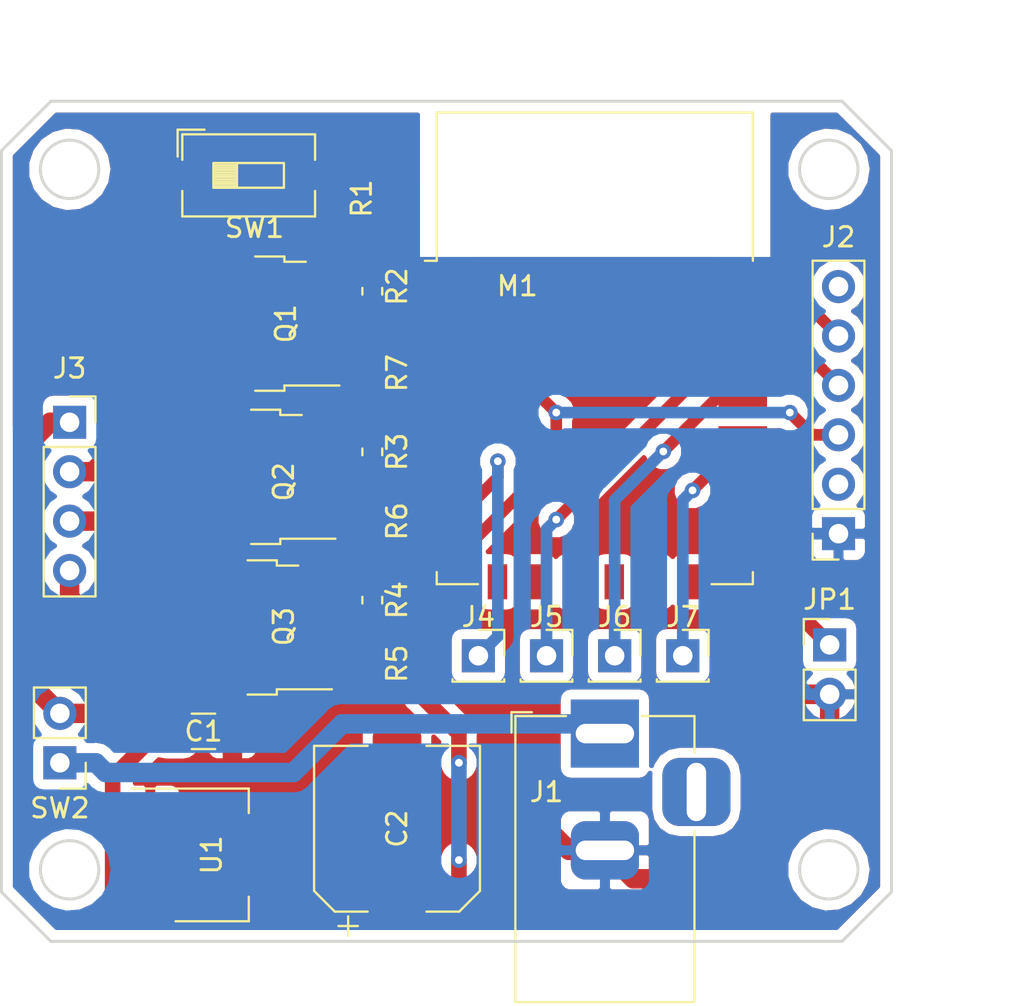
<source format=kicad_pcb>
(kicad_pcb (version 20171130) (host pcbnew "(5.0.2)-1")

  (general
    (thickness 1.6)
    (drawings 14)
    (tracks 166)
    (zones 0)
    (modules 24)
    (nets 31)
  )

  (page A4)
  (layers
    (0 F.Cu signal)
    (31 B.Cu signal)
    (32 B.Adhes user)
    (33 F.Adhes user)
    (34 B.Paste user)
    (35 F.Paste user)
    (36 B.SilkS user)
    (37 F.SilkS user)
    (38 B.Mask user)
    (39 F.Mask user)
    (40 Dwgs.User user)
    (41 Cmts.User user)
    (42 Eco1.User user)
    (43 Eco2.User user)
    (44 Edge.Cuts user)
    (45 Margin user)
    (46 B.CrtYd user)
    (47 F.CrtYd user)
    (48 B.Fab user)
    (49 F.Fab user hide)
  )

  (setup
    (last_trace_width 1)
    (trace_clearance 0.2)
    (zone_clearance 0.508)
    (zone_45_only no)
    (trace_min 0.2)
    (segment_width 0.2)
    (edge_width 0.15)
    (via_size 0.8)
    (via_drill 0.4)
    (via_min_size 0.4)
    (via_min_drill 0.3)
    (uvia_size 0.3)
    (uvia_drill 0.1)
    (uvias_allowed no)
    (uvia_min_size 0.2)
    (uvia_min_drill 0.1)
    (pcb_text_width 0.3)
    (pcb_text_size 1.5 1.5)
    (mod_edge_width 0.15)
    (mod_text_size 1 1)
    (mod_text_width 0.15)
    (pad_size 1.524 1.524)
    (pad_drill 0.762)
    (pad_to_mask_clearance 0.051)
    (solder_mask_min_width 0.25)
    (aux_axis_origin 0 0)
    (grid_origin 142.875 26.67)
    (visible_elements 7FFFFFFF)
    (pcbplotparams
      (layerselection 0x010f0_ffffffff)
      (usegerberextensions false)
      (usegerberattributes false)
      (usegerberadvancedattributes false)
      (creategerberjobfile false)
      (excludeedgelayer true)
      (linewidth 0.100000)
      (plotframeref false)
      (viasonmask false)
      (mode 1)
      (useauxorigin false)
      (hpglpennumber 1)
      (hpglpenspeed 20)
      (hpglpendiameter 15.000000)
      (psnegative false)
      (psa4output false)
      (plotreference true)
      (plotvalue true)
      (plotinvisibletext false)
      (padsonsilk false)
      (subtractmaskfromsilk false)
      (outputformat 1)
      (mirror false)
      (drillshape 0)
      (scaleselection 1)
      (outputdirectory "plots/"))
  )

  (net 0 "")
  (net 1 +12V)
  (net 2 GND)
  (net 3 FTDI_VCC)
  (net 4 "Net-(J1-Pad1)")
  (net 5 "Net-(J2-Pad2)")
  (net 6 "Net-(J2-Pad4)")
  (net 7 "Net-(J2-Pad5)")
  (net 8 "Net-(J2-Pad6)")
  (net 9 /R)
  (net 10 /G)
  (net 11 /B)
  (net 12 "Net-(JP1-Pad1)")
  (net 13 "Net-(M1-Pad1)")
  (net 14 "Net-(M1-Pad2)")
  (net 15 GATE_R)
  (net 16 GATE_G)
  (net 17 GATE_B)
  (net 18 "Net-(M1-Pad9)")
  (net 19 "Net-(M1-Pad10)")
  (net 20 "Net-(M1-Pad11)")
  (net 21 "Net-(M1-Pad12)")
  (net 22 "Net-(M1-Pad13)")
  (net 23 "Net-(M1-Pad14)")
  (net 24 "Net-(Q1-Pad1)")
  (net 25 "Net-(Q2-Pad1)")
  (net 26 "Net-(Q3-Pad1)")
  (net 27 "Net-(J4-Pad1)")
  (net 28 "Net-(J5-Pad1)")
  (net 29 "Net-(J6-Pad1)")
  (net 30 "Net-(J7-Pad1)")

  (net_class Default "This is the default net class."
    (clearance 0.2)
    (trace_width 1)
    (via_dia 0.8)
    (via_drill 0.4)
    (uvia_dia 0.3)
    (uvia_drill 0.1)
    (add_net +12V)
    (add_net /B)
    (add_net /G)
    (add_net /R)
    (add_net FTDI_VCC)
    (add_net GATE_B)
    (add_net GATE_G)
    (add_net GATE_R)
    (add_net GND)
    (add_net "Net-(J1-Pad1)")
    (add_net "Net-(J2-Pad2)")
    (add_net "Net-(J2-Pad4)")
    (add_net "Net-(J2-Pad5)")
    (add_net "Net-(J2-Pad6)")
    (add_net "Net-(J4-Pad1)")
    (add_net "Net-(J5-Pad1)")
    (add_net "Net-(J6-Pad1)")
    (add_net "Net-(J7-Pad1)")
    (add_net "Net-(JP1-Pad1)")
    (add_net "Net-(M1-Pad1)")
    (add_net "Net-(M1-Pad10)")
    (add_net "Net-(M1-Pad11)")
    (add_net "Net-(M1-Pad12)")
    (add_net "Net-(M1-Pad13)")
    (add_net "Net-(M1-Pad14)")
    (add_net "Net-(M1-Pad2)")
    (add_net "Net-(M1-Pad9)")
    (add_net "Net-(Q1-Pad1)")
    (add_net "Net-(Q2-Pad1)")
    (add_net "Net-(Q3-Pad1)")
  )

  (net_class thin ""
    (clearance 0.2)
    (trace_width 0.4)
    (via_dia 0.8)
    (via_drill 0.4)
    (uvia_dia 0.3)
    (uvia_drill 0.1)
  )

  (module Capacitor_SMD:C_1206_3216Metric_Pad1.42x1.75mm_HandSolder (layer F.Cu) (tedit 5B301BBE) (tstamp 5F1DD959)
    (at 153.2525 59.055)
    (descr "Capacitor SMD 1206 (3216 Metric), square (rectangular) end terminal, IPC_7351 nominal with elongated pad for handsoldering. (Body size source: http://www.tortai-tech.com/upload/download/2011102023233369053.pdf), generated with kicad-footprint-generator")
    (tags "capacitor handsolder")
    (path /5F10C85C)
    (attr smd)
    (fp_text reference C1 (at 0 0) (layer F.SilkS)
      (effects (font (size 1 1) (thickness 0.15)))
    )
    (fp_text value 10uF (at 0 1.82) (layer F.Fab)
      (effects (font (size 1 1) (thickness 0.15)))
    )
    (fp_line (start -1.6 0.8) (end -1.6 -0.8) (layer F.Fab) (width 0.1))
    (fp_line (start -1.6 -0.8) (end 1.6 -0.8) (layer F.Fab) (width 0.1))
    (fp_line (start 1.6 -0.8) (end 1.6 0.8) (layer F.Fab) (width 0.1))
    (fp_line (start 1.6 0.8) (end -1.6 0.8) (layer F.Fab) (width 0.1))
    (fp_line (start -0.602064 -0.91) (end 0.602064 -0.91) (layer F.SilkS) (width 0.12))
    (fp_line (start -0.602064 0.91) (end 0.602064 0.91) (layer F.SilkS) (width 0.12))
    (fp_line (start -2.45 1.12) (end -2.45 -1.12) (layer F.CrtYd) (width 0.05))
    (fp_line (start -2.45 -1.12) (end 2.45 -1.12) (layer F.CrtYd) (width 0.05))
    (fp_line (start 2.45 -1.12) (end 2.45 1.12) (layer F.CrtYd) (width 0.05))
    (fp_line (start 2.45 1.12) (end -2.45 1.12) (layer F.CrtYd) (width 0.05))
    (fp_text user %R (at 0 0) (layer F.Fab)
      (effects (font (size 0.8 0.8) (thickness 0.12)))
    )
    (pad 1 smd roundrect (at -1.4875 0) (size 1.425 1.75) (layers F.Cu F.Paste F.Mask) (roundrect_rratio 0.175439)
      (net 1 +12V))
    (pad 2 smd roundrect (at 1.4875 0) (size 1.425 1.75) (layers F.Cu F.Paste F.Mask) (roundrect_rratio 0.175439)
      (net 2 GND))
    (model ${KISYS3DMOD}/Capacitor_SMD.3dshapes/C_1206_3216Metric.wrl
      (at (xyz 0 0 0))
      (scale (xyz 1 1 1))
      (rotate (xyz 0 0 0))
    )
  )

  (module Capacitor_SMD:CP_Elec_8x10 (layer F.Cu) (tedit 5BCA39D0) (tstamp 5F1DF45B)
    (at 163.195 64.06 90)
    (descr "SMD capacitor, aluminum electrolytic, Nichicon, 8.0x10mm")
    (tags "capacitor electrolytic")
    (path /5F10E767)
    (attr smd)
    (fp_text reference C2 (at 0 0 90) (layer F.SilkS)
      (effects (font (size 1 1) (thickness 0.15)))
    )
    (fp_text value 100uF (at 0 5.2 90) (layer F.Fab)
      (effects (font (size 1 1) (thickness 0.15)))
    )
    (fp_circle (center 0 0) (end 4 0) (layer F.Fab) (width 0.1))
    (fp_line (start 4.15 -4.15) (end 4.15 4.15) (layer F.Fab) (width 0.1))
    (fp_line (start -3.15 -4.15) (end 4.15 -4.15) (layer F.Fab) (width 0.1))
    (fp_line (start -3.15 4.15) (end 4.15 4.15) (layer F.Fab) (width 0.1))
    (fp_line (start -4.15 -3.15) (end -4.15 3.15) (layer F.Fab) (width 0.1))
    (fp_line (start -4.15 -3.15) (end -3.15 -4.15) (layer F.Fab) (width 0.1))
    (fp_line (start -4.15 3.15) (end -3.15 4.15) (layer F.Fab) (width 0.1))
    (fp_line (start -3.562278 -1.5) (end -2.762278 -1.5) (layer F.Fab) (width 0.1))
    (fp_line (start -3.162278 -1.9) (end -3.162278 -1.1) (layer F.Fab) (width 0.1))
    (fp_line (start 4.26 4.26) (end 4.26 1.51) (layer F.SilkS) (width 0.12))
    (fp_line (start 4.26 -4.26) (end 4.26 -1.51) (layer F.SilkS) (width 0.12))
    (fp_line (start -3.195563 -4.26) (end 4.26 -4.26) (layer F.SilkS) (width 0.12))
    (fp_line (start -3.195563 4.26) (end 4.26 4.26) (layer F.SilkS) (width 0.12))
    (fp_line (start -4.26 3.195563) (end -4.26 1.51) (layer F.SilkS) (width 0.12))
    (fp_line (start -4.26 -3.195563) (end -4.26 -1.51) (layer F.SilkS) (width 0.12))
    (fp_line (start -4.26 -3.195563) (end -3.195563 -4.26) (layer F.SilkS) (width 0.12))
    (fp_line (start -4.26 3.195563) (end -3.195563 4.26) (layer F.SilkS) (width 0.12))
    (fp_line (start -5.5 -2.51) (end -4.5 -2.51) (layer F.SilkS) (width 0.12))
    (fp_line (start -5 -3.01) (end -5 -2.01) (layer F.SilkS) (width 0.12))
    (fp_line (start 4.4 -4.4) (end 4.4 -1.5) (layer F.CrtYd) (width 0.05))
    (fp_line (start 4.4 -1.5) (end 5.25 -1.5) (layer F.CrtYd) (width 0.05))
    (fp_line (start 5.25 -1.5) (end 5.25 1.5) (layer F.CrtYd) (width 0.05))
    (fp_line (start 5.25 1.5) (end 4.4 1.5) (layer F.CrtYd) (width 0.05))
    (fp_line (start 4.4 1.5) (end 4.4 4.4) (layer F.CrtYd) (width 0.05))
    (fp_line (start -3.25 4.4) (end 4.4 4.4) (layer F.CrtYd) (width 0.05))
    (fp_line (start -3.25 -4.4) (end 4.4 -4.4) (layer F.CrtYd) (width 0.05))
    (fp_line (start -4.4 3.25) (end -3.25 4.4) (layer F.CrtYd) (width 0.05))
    (fp_line (start -4.4 -3.25) (end -3.25 -4.4) (layer F.CrtYd) (width 0.05))
    (fp_line (start -4.4 -3.25) (end -4.4 -1.5) (layer F.CrtYd) (width 0.05))
    (fp_line (start -4.4 1.5) (end -4.4 3.25) (layer F.CrtYd) (width 0.05))
    (fp_line (start -4.4 -1.5) (end -5.25 -1.5) (layer F.CrtYd) (width 0.05))
    (fp_line (start -5.25 -1.5) (end -5.25 1.5) (layer F.CrtYd) (width 0.05))
    (fp_line (start -5.25 1.5) (end -4.4 1.5) (layer F.CrtYd) (width 0.05))
    (fp_text user %R (at 0 0 90) (layer F.Fab)
      (effects (font (size 1 1) (thickness 0.15)))
    )
    (pad 1 smd roundrect (at -3.25 0 90) (size 3.5 2.5) (layers F.Cu F.Paste F.Mask) (roundrect_rratio 0.1)
      (net 3 FTDI_VCC))
    (pad 2 smd roundrect (at 3.25 0 90) (size 3.5 2.5) (layers F.Cu F.Paste F.Mask) (roundrect_rratio 0.1)
      (net 2 GND))
    (model ${KISYS3DMOD}/Capacitor_SMD.3dshapes/CP_Elec_8x10.wrl
      (at (xyz 0 0 0))
      (scale (xyz 1 1 1))
      (rotate (xyz 0 0 0))
    )
  )

  (module Connector_BarrelJack:BarrelJack_Horizontal (layer F.Cu) (tedit 5A1DBF6A) (tstamp 5F1DAEEF)
    (at 173.875 59.17 90)
    (descr "DC Barrel Jack")
    (tags "Power Jack")
    (path /5F108A0F)
    (fp_text reference J1 (at -3 -3 180) (layer F.SilkS)
      (effects (font (size 1 1) (thickness 0.15)))
    )
    (fp_text value 12V_DC (at -6.2 -5.5 90) (layer F.Fab)
      (effects (font (size 1 1) (thickness 0.15)))
    )
    (fp_text user %R (at -3 -2.95 90) (layer F.Fab)
      (effects (font (size 1 1) (thickness 0.15)))
    )
    (fp_line (start -0.003213 -4.505425) (end 0.8 -3.75) (layer F.Fab) (width 0.1))
    (fp_line (start 1.1 -3.75) (end 1.1 -4.8) (layer F.SilkS) (width 0.12))
    (fp_line (start 0.05 -4.8) (end 1.1 -4.8) (layer F.SilkS) (width 0.12))
    (fp_line (start 1 -4.5) (end 1 -4.75) (layer F.CrtYd) (width 0.05))
    (fp_line (start 1 -4.75) (end -14 -4.75) (layer F.CrtYd) (width 0.05))
    (fp_line (start 1 -4.5) (end 1 -2) (layer F.CrtYd) (width 0.05))
    (fp_line (start 1 -2) (end 2 -2) (layer F.CrtYd) (width 0.05))
    (fp_line (start 2 -2) (end 2 2) (layer F.CrtYd) (width 0.05))
    (fp_line (start 2 2) (end 1 2) (layer F.CrtYd) (width 0.05))
    (fp_line (start 1 2) (end 1 4.75) (layer F.CrtYd) (width 0.05))
    (fp_line (start 1 4.75) (end -1 4.75) (layer F.CrtYd) (width 0.05))
    (fp_line (start -1 4.75) (end -1 6.75) (layer F.CrtYd) (width 0.05))
    (fp_line (start -1 6.75) (end -5 6.75) (layer F.CrtYd) (width 0.05))
    (fp_line (start -5 6.75) (end -5 4.75) (layer F.CrtYd) (width 0.05))
    (fp_line (start -5 4.75) (end -14 4.75) (layer F.CrtYd) (width 0.05))
    (fp_line (start -14 4.75) (end -14 -4.75) (layer F.CrtYd) (width 0.05))
    (fp_line (start -5 4.6) (end -13.8 4.6) (layer F.SilkS) (width 0.12))
    (fp_line (start -13.8 4.6) (end -13.8 -4.6) (layer F.SilkS) (width 0.12))
    (fp_line (start 0.9 1.9) (end 0.9 4.6) (layer F.SilkS) (width 0.12))
    (fp_line (start 0.9 4.6) (end -1 4.6) (layer F.SilkS) (width 0.12))
    (fp_line (start -13.8 -4.6) (end 0.9 -4.6) (layer F.SilkS) (width 0.12))
    (fp_line (start 0.9 -4.6) (end 0.9 -2) (layer F.SilkS) (width 0.12))
    (fp_line (start -10.2 -4.5) (end -10.2 4.5) (layer F.Fab) (width 0.1))
    (fp_line (start -13.7 -4.5) (end -13.7 4.5) (layer F.Fab) (width 0.1))
    (fp_line (start -13.7 4.5) (end 0.8 4.5) (layer F.Fab) (width 0.1))
    (fp_line (start 0.8 4.5) (end 0.8 -3.75) (layer F.Fab) (width 0.1))
    (fp_line (start 0 -4.5) (end -13.7 -4.5) (layer F.Fab) (width 0.1))
    (pad 1 thru_hole rect (at 0 0 90) (size 3.5 3.5) (drill oval 1 3) (layers *.Cu *.Mask)
      (net 4 "Net-(J1-Pad1)"))
    (pad 2 thru_hole roundrect (at -6 0 90) (size 3 3.5) (drill oval 1 3) (layers *.Cu *.Mask) (roundrect_rratio 0.25)
      (net 2 GND))
    (pad 3 thru_hole roundrect (at -3 4.7 90) (size 3.5 3.5) (drill oval 3 1) (layers *.Cu *.Mask) (roundrect_rratio 0.25))
    (model ${KISYS3DMOD}/Connector_BarrelJack.3dshapes/BarrelJack_Horizontal.wrl
      (at (xyz 0 0 0))
      (scale (xyz 1 1 1))
      (rotate (xyz 0 0 0))
    )
  )

  (module Connector_PinSocket_2.54mm:PinSocket_1x06_P2.54mm_Vertical (layer F.Cu) (tedit 5A19A430) (tstamp 5F1DAF09)
    (at 185.875 48.895 180)
    (descr "Through hole straight socket strip, 1x06, 2.54mm pitch, single row (from Kicad 4.0.7), script generated")
    (tags "Through hole socket strip THT 1x06 2.54mm single row")
    (path /5F13C067)
    (fp_text reference J2 (at 0 15.24 180) (layer F.SilkS)
      (effects (font (size 1 1) (thickness 0.15)))
    )
    (fp_text value FTDI (at 0 15.47 180) (layer F.Fab)
      (effects (font (size 1 1) (thickness 0.15)))
    )
    (fp_line (start -1.27 -1.27) (end 0.635 -1.27) (layer F.Fab) (width 0.1))
    (fp_line (start 0.635 -1.27) (end 1.27 -0.635) (layer F.Fab) (width 0.1))
    (fp_line (start 1.27 -0.635) (end 1.27 13.97) (layer F.Fab) (width 0.1))
    (fp_line (start 1.27 13.97) (end -1.27 13.97) (layer F.Fab) (width 0.1))
    (fp_line (start -1.27 13.97) (end -1.27 -1.27) (layer F.Fab) (width 0.1))
    (fp_line (start -1.33 1.27) (end 1.33 1.27) (layer F.SilkS) (width 0.12))
    (fp_line (start -1.33 1.27) (end -1.33 14.03) (layer F.SilkS) (width 0.12))
    (fp_line (start -1.33 14.03) (end 1.33 14.03) (layer F.SilkS) (width 0.12))
    (fp_line (start 1.33 1.27) (end 1.33 14.03) (layer F.SilkS) (width 0.12))
    (fp_line (start 1.33 -1.33) (end 1.33 0) (layer F.SilkS) (width 0.12))
    (fp_line (start 0 -1.33) (end 1.33 -1.33) (layer F.SilkS) (width 0.12))
    (fp_line (start -1.8 -1.8) (end 1.75 -1.8) (layer F.CrtYd) (width 0.05))
    (fp_line (start 1.75 -1.8) (end 1.75 14.45) (layer F.CrtYd) (width 0.05))
    (fp_line (start 1.75 14.45) (end -1.8 14.45) (layer F.CrtYd) (width 0.05))
    (fp_line (start -1.8 14.45) (end -1.8 -1.8) (layer F.CrtYd) (width 0.05))
    (fp_text user %R (at 0 6.35 270) (layer F.Fab)
      (effects (font (size 1 1) (thickness 0.15)))
    )
    (pad 1 thru_hole rect (at 0 0 180) (size 1.7 1.7) (drill 1) (layers *.Cu *.Mask)
      (net 2 GND))
    (pad 2 thru_hole oval (at 0 2.54 180) (size 1.7 1.7) (drill 1) (layers *.Cu *.Mask)
      (net 5 "Net-(J2-Pad2)"))
    (pad 3 thru_hole oval (at 0 5.08 180) (size 1.7 1.7) (drill 1) (layers *.Cu *.Mask)
      (net 3 FTDI_VCC))
    (pad 4 thru_hole oval (at 0 7.62 180) (size 1.7 1.7) (drill 1) (layers *.Cu *.Mask)
      (net 6 "Net-(J2-Pad4)"))
    (pad 5 thru_hole oval (at 0 10.16 180) (size 1.7 1.7) (drill 1) (layers *.Cu *.Mask)
      (net 7 "Net-(J2-Pad5)"))
    (pad 6 thru_hole oval (at 0 12.7 180) (size 1.7 1.7) (drill 1) (layers *.Cu *.Mask)
      (net 8 "Net-(J2-Pad6)"))
    (model ${KISYS3DMOD}/Connector_PinSocket_2.54mm.3dshapes/PinSocket_1x06_P2.54mm_Vertical.wrl
      (at (xyz 0 0 0))
      (scale (xyz 1 1 1))
      (rotate (xyz 0 0 0))
    )
  )

  (module Connector_PinSocket_2.54mm:PinSocket_1x04_P2.54mm_Vertical (layer F.Cu) (tedit 5A19A429) (tstamp 5F1DAF21)
    (at 146.375 43.17)
    (descr "Through hole straight socket strip, 1x04, 2.54mm pitch, single row (from Kicad 4.0.7), script generated")
    (tags "Through hole socket strip THT 1x04 2.54mm single row")
    (path /5F108B32)
    (fp_text reference J3 (at 0 -2.77) (layer F.SilkS)
      (effects (font (size 1 1) (thickness 0.15)))
    )
    (fp_text value RGB_STRIP (at 0 10.39) (layer F.Fab)
      (effects (font (size 1 1) (thickness 0.15)))
    )
    (fp_line (start -1.27 -1.27) (end 0.635 -1.27) (layer F.Fab) (width 0.1))
    (fp_line (start 0.635 -1.27) (end 1.27 -0.635) (layer F.Fab) (width 0.1))
    (fp_line (start 1.27 -0.635) (end 1.27 8.89) (layer F.Fab) (width 0.1))
    (fp_line (start 1.27 8.89) (end -1.27 8.89) (layer F.Fab) (width 0.1))
    (fp_line (start -1.27 8.89) (end -1.27 -1.27) (layer F.Fab) (width 0.1))
    (fp_line (start -1.33 1.27) (end 1.33 1.27) (layer F.SilkS) (width 0.12))
    (fp_line (start -1.33 1.27) (end -1.33 8.95) (layer F.SilkS) (width 0.12))
    (fp_line (start -1.33 8.95) (end 1.33 8.95) (layer F.SilkS) (width 0.12))
    (fp_line (start 1.33 1.27) (end 1.33 8.95) (layer F.SilkS) (width 0.12))
    (fp_line (start 1.33 -1.33) (end 1.33 0) (layer F.SilkS) (width 0.12))
    (fp_line (start 0 -1.33) (end 1.33 -1.33) (layer F.SilkS) (width 0.12))
    (fp_line (start -1.8 -1.8) (end 1.75 -1.8) (layer F.CrtYd) (width 0.05))
    (fp_line (start 1.75 -1.8) (end 1.75 9.4) (layer F.CrtYd) (width 0.05))
    (fp_line (start 1.75 9.4) (end -1.8 9.4) (layer F.CrtYd) (width 0.05))
    (fp_line (start -1.8 9.4) (end -1.8 -1.8) (layer F.CrtYd) (width 0.05))
    (fp_text user %R (at 0 3.81 90) (layer F.Fab)
      (effects (font (size 1 1) (thickness 0.15)))
    )
    (pad 1 thru_hole rect (at 0 0) (size 1.7 1.7) (drill 1) (layers *.Cu *.Mask)
      (net 1 +12V))
    (pad 2 thru_hole oval (at 0 2.54) (size 1.7 1.7) (drill 1) (layers *.Cu *.Mask)
      (net 9 /R))
    (pad 3 thru_hole oval (at 0 5.08) (size 1.7 1.7) (drill 1) (layers *.Cu *.Mask)
      (net 10 /G))
    (pad 4 thru_hole oval (at 0 7.62) (size 1.7 1.7) (drill 1) (layers *.Cu *.Mask)
      (net 11 /B))
    (model ${KISYS3DMOD}/Connector_PinSocket_2.54mm.3dshapes/PinSocket_1x04_P2.54mm_Vertical.wrl
      (at (xyz 0 0 0))
      (scale (xyz 1 1 1))
      (rotate (xyz 0 0 0))
    )
  )

  (module Connector_PinHeader_2.54mm:PinHeader_1x02_P2.54mm_Vertical (layer F.Cu) (tedit 59FED5CC) (tstamp 5F1DAF37)
    (at 185.42 54.61)
    (descr "Through hole straight pin header, 1x02, 2.54mm pitch, single row")
    (tags "Through hole pin header THT 1x02 2.54mm single row")
    (path /5F16FFF1)
    (fp_text reference JP1 (at 0 -2.33) (layer F.SilkS)
      (effects (font (size 1 1) (thickness 0.15)))
    )
    (fp_text value PROG (at 0 4.87) (layer F.Fab)
      (effects (font (size 1 1) (thickness 0.15)))
    )
    (fp_line (start -0.635 -1.27) (end 1.27 -1.27) (layer F.Fab) (width 0.1))
    (fp_line (start 1.27 -1.27) (end 1.27 3.81) (layer F.Fab) (width 0.1))
    (fp_line (start 1.27 3.81) (end -1.27 3.81) (layer F.Fab) (width 0.1))
    (fp_line (start -1.27 3.81) (end -1.27 -0.635) (layer F.Fab) (width 0.1))
    (fp_line (start -1.27 -0.635) (end -0.635 -1.27) (layer F.Fab) (width 0.1))
    (fp_line (start -1.33 3.87) (end 1.33 3.87) (layer F.SilkS) (width 0.12))
    (fp_line (start -1.33 1.27) (end -1.33 3.87) (layer F.SilkS) (width 0.12))
    (fp_line (start 1.33 1.27) (end 1.33 3.87) (layer F.SilkS) (width 0.12))
    (fp_line (start -1.33 1.27) (end 1.33 1.27) (layer F.SilkS) (width 0.12))
    (fp_line (start -1.33 0) (end -1.33 -1.33) (layer F.SilkS) (width 0.12))
    (fp_line (start -1.33 -1.33) (end 0 -1.33) (layer F.SilkS) (width 0.12))
    (fp_line (start -1.8 -1.8) (end -1.8 4.35) (layer F.CrtYd) (width 0.05))
    (fp_line (start -1.8 4.35) (end 1.8 4.35) (layer F.CrtYd) (width 0.05))
    (fp_line (start 1.8 4.35) (end 1.8 -1.8) (layer F.CrtYd) (width 0.05))
    (fp_line (start 1.8 -1.8) (end -1.8 -1.8) (layer F.CrtYd) (width 0.05))
    (fp_text user %R (at 0 1.27 90) (layer F.Fab)
      (effects (font (size 1 1) (thickness 0.15)))
    )
    (pad 1 thru_hole rect (at 0 0) (size 1.7 1.7) (drill 1) (layers *.Cu *.Mask)
      (net 12 "Net-(JP1-Pad1)"))
    (pad 2 thru_hole oval (at 0 2.54) (size 1.7 1.7) (drill 1) (layers *.Cu *.Mask)
      (net 2 GND))
    (model ${KISYS3DMOD}/Connector_PinHeader_2.54mm.3dshapes/PinHeader_1x02_P2.54mm_Vertical.wrl
      (at (xyz 0 0 0))
      (scale (xyz 1 1 1))
      (rotate (xyz 0 0 0))
    )
  )

  (module RF_Module:ESP-12E (layer F.Cu) (tedit 5A030172) (tstamp 5F1DE678)
    (at 173.355 39.37)
    (descr "Wi-Fi Module, http://wiki.ai-thinker.com/_media/esp8266/docs/aithinker_esp_12f_datasheet_en.pdf")
    (tags "Wi-Fi Module")
    (path /5F10833D)
    (attr smd)
    (fp_text reference M1 (at -3.98 -3.2) (layer F.SilkS)
      (effects (font (size 1 1) (thickness 0.15)))
    )
    (fp_text value ESP-12E (at -0.06 -12.78) (layer F.Fab)
      (effects (font (size 1 1) (thickness 0.15)))
    )
    (fp_text user Antenna (at -0.06 -7 180) (layer Cmts.User)
      (effects (font (size 1 1) (thickness 0.15)))
    )
    (fp_text user "KEEP-OUT ZONE" (at 0.03 -9.55 180) (layer Cmts.User)
      (effects (font (size 1 1) (thickness 0.15)))
    )
    (fp_text user %R (at 0.49 -0.8) (layer F.Fab)
      (effects (font (size 1 1) (thickness 0.15)))
    )
    (fp_line (start -8 -12) (end 8 -12) (layer F.Fab) (width 0.12))
    (fp_line (start 8 -12) (end 8 12) (layer F.Fab) (width 0.12))
    (fp_line (start 8 12) (end -8 12) (layer F.Fab) (width 0.12))
    (fp_line (start -8 12) (end -8 -3) (layer F.Fab) (width 0.12))
    (fp_line (start -8 -3) (end -7.5 -3.5) (layer F.Fab) (width 0.12))
    (fp_line (start -7.5 -3.5) (end -8 -4) (layer F.Fab) (width 0.12))
    (fp_line (start -8 -4) (end -8 -12) (layer F.Fab) (width 0.12))
    (fp_line (start -9.05 -12.2) (end 9.05 -12.2) (layer F.CrtYd) (width 0.05))
    (fp_line (start 9.05 -12.2) (end 9.05 13.1) (layer F.CrtYd) (width 0.05))
    (fp_line (start 9.05 13.1) (end -9.05 13.1) (layer F.CrtYd) (width 0.05))
    (fp_line (start -9.05 13.1) (end -9.05 -12.2) (layer F.CrtYd) (width 0.05))
    (fp_line (start -8.12 -12.12) (end 8.12 -12.12) (layer F.SilkS) (width 0.12))
    (fp_line (start 8.12 -12.12) (end 8.12 -4.5) (layer F.SilkS) (width 0.12))
    (fp_line (start 8.12 11.5) (end 8.12 12.12) (layer F.SilkS) (width 0.12))
    (fp_line (start 8.12 12.12) (end 6 12.12) (layer F.SilkS) (width 0.12))
    (fp_line (start -6 12.12) (end -8.12 12.12) (layer F.SilkS) (width 0.12))
    (fp_line (start -8.12 12.12) (end -8.12 11.5) (layer F.SilkS) (width 0.12))
    (fp_line (start -8.12 -4.5) (end -8.12 -12.12) (layer F.SilkS) (width 0.12))
    (fp_line (start -8.12 -4.5) (end -8.73 -4.5) (layer F.SilkS) (width 0.12))
    (fp_line (start -8.12 -12.12) (end 8.12 -12.12) (layer Dwgs.User) (width 0.12))
    (fp_line (start 8.12 -12.12) (end 8.12 -4.8) (layer Dwgs.User) (width 0.12))
    (fp_line (start 8.12 -4.8) (end -8.12 -4.8) (layer Dwgs.User) (width 0.12))
    (fp_line (start -8.12 -4.8) (end -8.12 -12.12) (layer Dwgs.User) (width 0.12))
    (fp_line (start -8.12 -9.12) (end -5.12 -12.12) (layer Dwgs.User) (width 0.12))
    (fp_line (start -8.12 -6.12) (end -2.12 -12.12) (layer Dwgs.User) (width 0.12))
    (fp_line (start -6.44 -4.8) (end 0.88 -12.12) (layer Dwgs.User) (width 0.12))
    (fp_line (start -3.44 -4.8) (end 3.88 -12.12) (layer Dwgs.User) (width 0.12))
    (fp_line (start -0.44 -4.8) (end 6.88 -12.12) (layer Dwgs.User) (width 0.12))
    (fp_line (start 2.56 -4.8) (end 8.12 -10.36) (layer Dwgs.User) (width 0.12))
    (fp_line (start 5.56 -4.8) (end 8.12 -7.36) (layer Dwgs.User) (width 0.12))
    (pad 1 smd rect (at -7.6 -3.5) (size 2.5 1) (layers F.Cu F.Paste F.Mask)
      (net 13 "Net-(M1-Pad1)"))
    (pad 2 smd rect (at -7.6 -1.5) (size 2.5 1) (layers F.Cu F.Paste F.Mask)
      (net 14 "Net-(M1-Pad2)"))
    (pad 3 smd rect (at -7.6 0.5) (size 2.5 1) (layers F.Cu F.Paste F.Mask)
      (net 3 FTDI_VCC))
    (pad 4 smd rect (at -7.6 2.5) (size 2.5 1) (layers F.Cu F.Paste F.Mask)
      (net 15 GATE_R))
    (pad 5 smd rect (at -7.6 4.5) (size 2.5 1) (layers F.Cu F.Paste F.Mask)
      (net 16 GATE_G))
    (pad 6 smd rect (at -7.6 6.5) (size 2.5 1) (layers F.Cu F.Paste F.Mask)
      (net 17 GATE_B))
    (pad 7 smd rect (at -7.6 8.5) (size 2.5 1) (layers F.Cu F.Paste F.Mask)
      (net 27 "Net-(J4-Pad1)"))
    (pad 8 smd rect (at -7.6 10.5) (size 2.5 1) (layers F.Cu F.Paste F.Mask)
      (net 3 FTDI_VCC))
    (pad 9 smd rect (at -5 12) (size 1 1.8) (layers F.Cu F.Paste F.Mask)
      (net 18 "Net-(M1-Pad9)"))
    (pad 10 smd rect (at -3 12) (size 1 1.8) (layers F.Cu F.Paste F.Mask)
      (net 19 "Net-(M1-Pad10)"))
    (pad 11 smd rect (at -1 12) (size 1 1.8) (layers F.Cu F.Paste F.Mask)
      (net 20 "Net-(M1-Pad11)"))
    (pad 12 smd rect (at 1 12) (size 1 1.8) (layers F.Cu F.Paste F.Mask)
      (net 21 "Net-(M1-Pad12)"))
    (pad 13 smd rect (at 3 12) (size 1 1.8) (layers F.Cu F.Paste F.Mask)
      (net 22 "Net-(M1-Pad13)"))
    (pad 14 smd rect (at 5 12) (size 1 1.8) (layers F.Cu F.Paste F.Mask)
      (net 23 "Net-(M1-Pad14)"))
    (pad 15 smd rect (at 7.6 10.5) (size 2.5 1) (layers F.Cu F.Paste F.Mask)
      (net 2 GND))
    (pad 16 smd rect (at 7.6 8.5) (size 2.5 1) (layers F.Cu F.Paste F.Mask)
      (net 2 GND))
    (pad 17 smd rect (at 7.6 6.5) (size 2.5 1) (layers F.Cu F.Paste F.Mask)
      (net 30 "Net-(J7-Pad1)"))
    (pad 18 smd rect (at 7.6 4.5) (size 2.5 1) (layers F.Cu F.Paste F.Mask)
      (net 12 "Net-(JP1-Pad1)"))
    (pad 19 smd rect (at 7.6 2.5) (size 2.5 1) (layers F.Cu F.Paste F.Mask)
      (net 29 "Net-(J6-Pad1)"))
    (pad 20 smd rect (at 7.6 0.5) (size 2.5 1) (layers F.Cu F.Paste F.Mask)
      (net 28 "Net-(J5-Pad1)"))
    (pad 21 smd rect (at 7.6 -1.5) (size 2.5 1) (layers F.Cu F.Paste F.Mask)
      (net 6 "Net-(J2-Pad4)"))
    (pad 22 smd rect (at 7.6 -3.5) (size 2.5 1) (layers F.Cu F.Paste F.Mask)
      (net 7 "Net-(J2-Pad5)"))
    (model ${KISYS3DMOD}/RF_Module.3dshapes/ESP-12E.wrl
      (at (xyz 0 0 0))
      (scale (xyz 1 1 1))
      (rotate (xyz 0 0 0))
    )
  )

  (module Package_TO_SOT_SMD:TO-252-2 (layer F.Cu) (tedit 5A70A390) (tstamp 5F1DAF96)
    (at 154.94 38.1 180)
    (descr "TO-252 / DPAK SMD package, http://www.infineon.com/cms/en/product/packages/PG-TO252/PG-TO252-3-1/")
    (tags "DPAK TO-252 DPAK-3 TO-252-3 SOT-428")
    (path /5F247165)
    (attr smd)
    (fp_text reference Q1 (at -2.54 0 270) (layer F.SilkS)
      (effects (font (size 1 1) (thickness 0.15)))
    )
    (fp_text value IPD50R3K0CE (at 0 4.5 180) (layer F.Fab)
      (effects (font (size 1 1) (thickness 0.15)))
    )
    (fp_line (start 3.95 -2.7) (end 4.95 -2.7) (layer F.Fab) (width 0.1))
    (fp_line (start 4.95 -2.7) (end 4.95 2.7) (layer F.Fab) (width 0.1))
    (fp_line (start 4.95 2.7) (end 3.95 2.7) (layer F.Fab) (width 0.1))
    (fp_line (start 3.95 -3.25) (end 3.95 3.25) (layer F.Fab) (width 0.1))
    (fp_line (start 3.95 3.25) (end -2.27 3.25) (layer F.Fab) (width 0.1))
    (fp_line (start -2.27 3.25) (end -2.27 -2.25) (layer F.Fab) (width 0.1))
    (fp_line (start -2.27 -2.25) (end -1.27 -3.25) (layer F.Fab) (width 0.1))
    (fp_line (start -1.27 -3.25) (end 3.95 -3.25) (layer F.Fab) (width 0.1))
    (fp_line (start -1.865 -2.655) (end -4.97 -2.655) (layer F.Fab) (width 0.1))
    (fp_line (start -4.97 -2.655) (end -4.97 -1.905) (layer F.Fab) (width 0.1))
    (fp_line (start -4.97 -1.905) (end -2.27 -1.905) (layer F.Fab) (width 0.1))
    (fp_line (start -2.27 1.905) (end -4.97 1.905) (layer F.Fab) (width 0.1))
    (fp_line (start -4.97 1.905) (end -4.97 2.655) (layer F.Fab) (width 0.1))
    (fp_line (start -4.97 2.655) (end -2.27 2.655) (layer F.Fab) (width 0.1))
    (fp_line (start -0.97 -3.45) (end -2.47 -3.45) (layer F.SilkS) (width 0.12))
    (fp_line (start -2.47 -3.45) (end -2.47 -3.18) (layer F.SilkS) (width 0.12))
    (fp_line (start -2.47 -3.18) (end -5.3 -3.18) (layer F.SilkS) (width 0.12))
    (fp_line (start -0.97 3.45) (end -2.47 3.45) (layer F.SilkS) (width 0.12))
    (fp_line (start -2.47 3.45) (end -2.47 3.18) (layer F.SilkS) (width 0.12))
    (fp_line (start -2.47 3.18) (end -3.57 3.18) (layer F.SilkS) (width 0.12))
    (fp_line (start -5.55 -3.5) (end -5.55 3.5) (layer F.CrtYd) (width 0.05))
    (fp_line (start -5.55 3.5) (end 5.55 3.5) (layer F.CrtYd) (width 0.05))
    (fp_line (start 5.55 3.5) (end 5.55 -3.5) (layer F.CrtYd) (width 0.05))
    (fp_line (start 5.55 -3.5) (end -5.55 -3.5) (layer F.CrtYd) (width 0.05))
    (fp_text user %R (at 0 0 180) (layer F.Fab)
      (effects (font (size 1 1) (thickness 0.15)))
    )
    (pad 1 smd rect (at -4.2 -2.28 180) (size 2.2 1.2) (layers F.Cu F.Paste F.Mask)
      (net 24 "Net-(Q1-Pad1)"))
    (pad 3 smd rect (at -4.2 2.28 180) (size 2.2 1.2) (layers F.Cu F.Paste F.Mask)
      (net 2 GND))
    (pad 2 smd rect (at 2.1 0 180) (size 6.4 5.8) (layers F.Cu F.Mask)
      (net 9 /R))
    (pad "" smd rect (at 3.775 1.525 180) (size 3.05 2.75) (layers F.Paste))
    (pad "" smd rect (at 0.425 -1.525 180) (size 3.05 2.75) (layers F.Paste))
    (pad "" smd rect (at 3.775 -1.525 180) (size 3.05 2.75) (layers F.Paste))
    (pad "" smd rect (at 0.425 1.525 180) (size 3.05 2.75) (layers F.Paste))
    (model ${KISYS3DMOD}/Package_TO_SOT_SMD.3dshapes/TO-252-2.wrl
      (at (xyz 0 0 0))
      (scale (xyz 1 1 1))
      (rotate (xyz 0 0 0))
    )
  )

  (module Package_TO_SOT_SMD:TO-252-2 (layer F.Cu) (tedit 5A70A390) (tstamp 5F1DAFBA)
    (at 154.73 45.975 180)
    (descr "TO-252 / DPAK SMD package, http://www.infineon.com/cms/en/product/packages/PG-TO252/PG-TO252-3-1/")
    (tags "DPAK TO-252 DPAK-3 TO-252-3 SOT-428")
    (path /5F2471A9)
    (attr smd)
    (fp_text reference Q2 (at -2.645 -0.255 270) (layer F.SilkS)
      (effects (font (size 1 1) (thickness 0.15)))
    )
    (fp_text value IPD50R3K0CE (at 0 4.5 180) (layer F.Fab)
      (effects (font (size 1 1) (thickness 0.15)))
    )
    (fp_text user %R (at 0 0 180) (layer F.Fab)
      (effects (font (size 1 1) (thickness 0.15)))
    )
    (fp_line (start 5.55 -3.5) (end -5.55 -3.5) (layer F.CrtYd) (width 0.05))
    (fp_line (start 5.55 3.5) (end 5.55 -3.5) (layer F.CrtYd) (width 0.05))
    (fp_line (start -5.55 3.5) (end 5.55 3.5) (layer F.CrtYd) (width 0.05))
    (fp_line (start -5.55 -3.5) (end -5.55 3.5) (layer F.CrtYd) (width 0.05))
    (fp_line (start -2.47 3.18) (end -3.57 3.18) (layer F.SilkS) (width 0.12))
    (fp_line (start -2.47 3.45) (end -2.47 3.18) (layer F.SilkS) (width 0.12))
    (fp_line (start -0.97 3.45) (end -2.47 3.45) (layer F.SilkS) (width 0.12))
    (fp_line (start -2.47 -3.18) (end -5.3 -3.18) (layer F.SilkS) (width 0.12))
    (fp_line (start -2.47 -3.45) (end -2.47 -3.18) (layer F.SilkS) (width 0.12))
    (fp_line (start -0.97 -3.45) (end -2.47 -3.45) (layer F.SilkS) (width 0.12))
    (fp_line (start -4.97 2.655) (end -2.27 2.655) (layer F.Fab) (width 0.1))
    (fp_line (start -4.97 1.905) (end -4.97 2.655) (layer F.Fab) (width 0.1))
    (fp_line (start -2.27 1.905) (end -4.97 1.905) (layer F.Fab) (width 0.1))
    (fp_line (start -4.97 -1.905) (end -2.27 -1.905) (layer F.Fab) (width 0.1))
    (fp_line (start -4.97 -2.655) (end -4.97 -1.905) (layer F.Fab) (width 0.1))
    (fp_line (start -1.865 -2.655) (end -4.97 -2.655) (layer F.Fab) (width 0.1))
    (fp_line (start -1.27 -3.25) (end 3.95 -3.25) (layer F.Fab) (width 0.1))
    (fp_line (start -2.27 -2.25) (end -1.27 -3.25) (layer F.Fab) (width 0.1))
    (fp_line (start -2.27 3.25) (end -2.27 -2.25) (layer F.Fab) (width 0.1))
    (fp_line (start 3.95 3.25) (end -2.27 3.25) (layer F.Fab) (width 0.1))
    (fp_line (start 3.95 -3.25) (end 3.95 3.25) (layer F.Fab) (width 0.1))
    (fp_line (start 4.95 2.7) (end 3.95 2.7) (layer F.Fab) (width 0.1))
    (fp_line (start 4.95 -2.7) (end 4.95 2.7) (layer F.Fab) (width 0.1))
    (fp_line (start 3.95 -2.7) (end 4.95 -2.7) (layer F.Fab) (width 0.1))
    (pad "" smd rect (at 0.425 1.525 180) (size 3.05 2.75) (layers F.Paste))
    (pad "" smd rect (at 3.775 -1.525 180) (size 3.05 2.75) (layers F.Paste))
    (pad "" smd rect (at 0.425 -1.525 180) (size 3.05 2.75) (layers F.Paste))
    (pad "" smd rect (at 3.775 1.525 180) (size 3.05 2.75) (layers F.Paste))
    (pad 2 smd rect (at 2.1 0 180) (size 6.4 5.8) (layers F.Cu F.Mask)
      (net 10 /G))
    (pad 3 smd rect (at -4.2 2.28 180) (size 2.2 1.2) (layers F.Cu F.Paste F.Mask)
      (net 2 GND))
    (pad 1 smd rect (at -4.2 -2.28 180) (size 2.2 1.2) (layers F.Cu F.Paste F.Mask)
      (net 25 "Net-(Q2-Pad1)"))
    (model ${KISYS3DMOD}/Package_TO_SOT_SMD.3dshapes/TO-252-2.wrl
      (at (xyz 0 0 0))
      (scale (xyz 1 1 1))
      (rotate (xyz 0 0 0))
    )
  )

  (module Package_TO_SOT_SMD:TO-252-2 (layer F.Cu) (tedit 5A70A390) (tstamp 5F1DAFDE)
    (at 154.55 53.715 180)
    (descr "TO-252 / DPAK SMD package, http://www.infineon.com/cms/en/product/packages/PG-TO252/PG-TO252-3-1/")
    (tags "DPAK TO-252 DPAK-3 TO-252-3 SOT-428")
    (path /5F2471EB)
    (attr smd)
    (fp_text reference Q3 (at -2.825 0.045 270) (layer F.SilkS)
      (effects (font (size 1 1) (thickness 0.15)))
    )
    (fp_text value IPD50R3K0CE (at 0 4.5 180) (layer F.Fab)
      (effects (font (size 1 1) (thickness 0.15)))
    )
    (fp_line (start 3.95 -2.7) (end 4.95 -2.7) (layer F.Fab) (width 0.1))
    (fp_line (start 4.95 -2.7) (end 4.95 2.7) (layer F.Fab) (width 0.1))
    (fp_line (start 4.95 2.7) (end 3.95 2.7) (layer F.Fab) (width 0.1))
    (fp_line (start 3.95 -3.25) (end 3.95 3.25) (layer F.Fab) (width 0.1))
    (fp_line (start 3.95 3.25) (end -2.27 3.25) (layer F.Fab) (width 0.1))
    (fp_line (start -2.27 3.25) (end -2.27 -2.25) (layer F.Fab) (width 0.1))
    (fp_line (start -2.27 -2.25) (end -1.27 -3.25) (layer F.Fab) (width 0.1))
    (fp_line (start -1.27 -3.25) (end 3.95 -3.25) (layer F.Fab) (width 0.1))
    (fp_line (start -1.865 -2.655) (end -4.97 -2.655) (layer F.Fab) (width 0.1))
    (fp_line (start -4.97 -2.655) (end -4.97 -1.905) (layer F.Fab) (width 0.1))
    (fp_line (start -4.97 -1.905) (end -2.27 -1.905) (layer F.Fab) (width 0.1))
    (fp_line (start -2.27 1.905) (end -4.97 1.905) (layer F.Fab) (width 0.1))
    (fp_line (start -4.97 1.905) (end -4.97 2.655) (layer F.Fab) (width 0.1))
    (fp_line (start -4.97 2.655) (end -2.27 2.655) (layer F.Fab) (width 0.1))
    (fp_line (start -0.97 -3.45) (end -2.47 -3.45) (layer F.SilkS) (width 0.12))
    (fp_line (start -2.47 -3.45) (end -2.47 -3.18) (layer F.SilkS) (width 0.12))
    (fp_line (start -2.47 -3.18) (end -5.3 -3.18) (layer F.SilkS) (width 0.12))
    (fp_line (start -0.97 3.45) (end -2.47 3.45) (layer F.SilkS) (width 0.12))
    (fp_line (start -2.47 3.45) (end -2.47 3.18) (layer F.SilkS) (width 0.12))
    (fp_line (start -2.47 3.18) (end -3.57 3.18) (layer F.SilkS) (width 0.12))
    (fp_line (start -5.55 -3.5) (end -5.55 3.5) (layer F.CrtYd) (width 0.05))
    (fp_line (start -5.55 3.5) (end 5.55 3.5) (layer F.CrtYd) (width 0.05))
    (fp_line (start 5.55 3.5) (end 5.55 -3.5) (layer F.CrtYd) (width 0.05))
    (fp_line (start 5.55 -3.5) (end -5.55 -3.5) (layer F.CrtYd) (width 0.05))
    (fp_text user %R (at 0 0 180) (layer F.Fab)
      (effects (font (size 1 1) (thickness 0.15)))
    )
    (pad 1 smd rect (at -4.2 -2.28 180) (size 2.2 1.2) (layers F.Cu F.Paste F.Mask)
      (net 26 "Net-(Q3-Pad1)"))
    (pad 3 smd rect (at -4.2 2.28 180) (size 2.2 1.2) (layers F.Cu F.Paste F.Mask)
      (net 2 GND))
    (pad 2 smd rect (at 2.1 0 180) (size 6.4 5.8) (layers F.Cu F.Mask)
      (net 11 /B))
    (pad "" smd rect (at 3.775 1.525 180) (size 3.05 2.75) (layers F.Paste))
    (pad "" smd rect (at 0.425 -1.525 180) (size 3.05 2.75) (layers F.Paste))
    (pad "" smd rect (at 3.775 -1.525 180) (size 3.05 2.75) (layers F.Paste))
    (pad "" smd rect (at 0.425 1.525 180) (size 3.05 2.75) (layers F.Paste))
    (model ${KISYS3DMOD}/Package_TO_SOT_SMD.3dshapes/TO-252-2.wrl
      (at (xyz 0 0 0))
      (scale (xyz 1 1 1))
      (rotate (xyz 0 0 0))
    )
  )

  (module Resistor_SMD:R_0402_1005Metric (layer F.Cu) (tedit 5B301BBD) (tstamp 5F1DE77F)
    (at 162.56 31.75 90)
    (descr "Resistor SMD 0402 (1005 Metric), square (rectangular) end terminal, IPC_7351 nominal, (Body size source: http://www.tortai-tech.com/upload/download/2011102023233369053.pdf), generated with kicad-footprint-generator")
    (tags resistor)
    (path /5F143360)
    (attr smd)
    (fp_text reference R1 (at 0.08 -1.185 90) (layer F.SilkS)
      (effects (font (size 1 1) (thickness 0.15)))
    )
    (fp_text value 10k (at 0 1.17 90) (layer F.Fab)
      (effects (font (size 1 1) (thickness 0.15)))
    )
    (fp_line (start -0.5 0.25) (end -0.5 -0.25) (layer F.Fab) (width 0.1))
    (fp_line (start -0.5 -0.25) (end 0.5 -0.25) (layer F.Fab) (width 0.1))
    (fp_line (start 0.5 -0.25) (end 0.5 0.25) (layer F.Fab) (width 0.1))
    (fp_line (start 0.5 0.25) (end -0.5 0.25) (layer F.Fab) (width 0.1))
    (fp_line (start -0.93 0.47) (end -0.93 -0.47) (layer F.CrtYd) (width 0.05))
    (fp_line (start -0.93 -0.47) (end 0.93 -0.47) (layer F.CrtYd) (width 0.05))
    (fp_line (start 0.93 -0.47) (end 0.93 0.47) (layer F.CrtYd) (width 0.05))
    (fp_line (start 0.93 0.47) (end -0.93 0.47) (layer F.CrtYd) (width 0.05))
    (fp_text user %R (at 0 0 90) (layer F.Fab)
      (effects (font (size 0.25 0.25) (thickness 0.04)))
    )
    (pad 1 smd roundrect (at -0.485 0 90) (size 0.59 0.64) (layers F.Cu F.Paste F.Mask) (roundrect_rratio 0.25)
      (net 3 FTDI_VCC))
    (pad 2 smd roundrect (at 0.485 0 90) (size 0.59 0.64) (layers F.Cu F.Paste F.Mask) (roundrect_rratio 0.25)
      (net 13 "Net-(M1-Pad1)"))
    (model ${KISYS3DMOD}/Resistor_SMD.3dshapes/R_0402_1005Metric.wrl
      (at (xyz 0 0 0))
      (scale (xyz 1 1 1))
      (rotate (xyz 0 0 0))
    )
  )

  (module Resistor_SMD:R_0603_1608Metric_Pad1.05x0.95mm_HandSolder (layer F.Cu) (tedit 5B301BBD) (tstamp 5F1DB909)
    (at 161.925 36.435 90)
    (descr "Resistor SMD 0603 (1608 Metric), square (rectangular) end terminal, IPC_7351 nominal with elongated pad for handsoldering. (Body size source: http://www.tortai-tech.com/upload/download/2011102023233369053.pdf), generated with kicad-footprint-generator")
    (tags "resistor handsolder")
    (path /5F11D1FF)
    (attr smd)
    (fp_text reference R2 (at 0.24 1.27 90) (layer F.SilkS)
      (effects (font (size 1 1) (thickness 0.15)))
    )
    (fp_text value 20k (at 0 1.43 90) (layer F.Fab)
      (effects (font (size 1 1) (thickness 0.15)))
    )
    (fp_line (start -0.8 0.4) (end -0.8 -0.4) (layer F.Fab) (width 0.1))
    (fp_line (start -0.8 -0.4) (end 0.8 -0.4) (layer F.Fab) (width 0.1))
    (fp_line (start 0.8 -0.4) (end 0.8 0.4) (layer F.Fab) (width 0.1))
    (fp_line (start 0.8 0.4) (end -0.8 0.4) (layer F.Fab) (width 0.1))
    (fp_line (start -0.171267 -0.51) (end 0.171267 -0.51) (layer F.SilkS) (width 0.12))
    (fp_line (start -0.171267 0.51) (end 0.171267 0.51) (layer F.SilkS) (width 0.12))
    (fp_line (start -1.65 0.73) (end -1.65 -0.73) (layer F.CrtYd) (width 0.05))
    (fp_line (start -1.65 -0.73) (end 1.65 -0.73) (layer F.CrtYd) (width 0.05))
    (fp_line (start 1.65 -0.73) (end 1.65 0.73) (layer F.CrtYd) (width 0.05))
    (fp_line (start 1.65 0.73) (end -1.65 0.73) (layer F.CrtYd) (width 0.05))
    (fp_text user %R (at 0 0 90) (layer F.Fab)
      (effects (font (size 0.4 0.4) (thickness 0.06)))
    )
    (pad 1 smd roundrect (at -0.875 0 90) (size 1.05 0.95) (layers F.Cu F.Paste F.Mask) (roundrect_rratio 0.25)
      (net 15 GATE_R))
    (pad 2 smd roundrect (at 0.875 0 90) (size 1.05 0.95) (layers F.Cu F.Paste F.Mask) (roundrect_rratio 0.25)
      (net 2 GND))
    (model ${KISYS3DMOD}/Resistor_SMD.3dshapes/R_0603_1608Metric.wrl
      (at (xyz 0 0 0))
      (scale (xyz 1 1 1))
      (rotate (xyz 0 0 0))
    )
  )

  (module Resistor_SMD:R_0603_1608Metric_Pad1.05x0.95mm_HandSolder (layer F.Cu) (tedit 5B301BBD) (tstamp 5F1DE7E7)
    (at 161.925 44.69 90)
    (descr "Resistor SMD 0603 (1608 Metric), square (rectangular) end terminal, IPC_7351 nominal with elongated pad for handsoldering. (Body size source: http://www.tortai-tech.com/upload/download/2011102023233369053.pdf), generated with kicad-footprint-generator")
    (tags "resistor handsolder")
    (path /5F11D8B5)
    (attr smd)
    (fp_text reference R3 (at 0 1.27 90) (layer F.SilkS)
      (effects (font (size 1 1) (thickness 0.15)))
    )
    (fp_text value 20k (at 0 1.43 90) (layer F.Fab)
      (effects (font (size 1 1) (thickness 0.15)))
    )
    (fp_text user %R (at 0 0 90) (layer F.Fab)
      (effects (font (size 0.4 0.4) (thickness 0.06)))
    )
    (fp_line (start 1.65 0.73) (end -1.65 0.73) (layer F.CrtYd) (width 0.05))
    (fp_line (start 1.65 -0.73) (end 1.65 0.73) (layer F.CrtYd) (width 0.05))
    (fp_line (start -1.65 -0.73) (end 1.65 -0.73) (layer F.CrtYd) (width 0.05))
    (fp_line (start -1.65 0.73) (end -1.65 -0.73) (layer F.CrtYd) (width 0.05))
    (fp_line (start -0.171267 0.51) (end 0.171267 0.51) (layer F.SilkS) (width 0.12))
    (fp_line (start -0.171267 -0.51) (end 0.171267 -0.51) (layer F.SilkS) (width 0.12))
    (fp_line (start 0.8 0.4) (end -0.8 0.4) (layer F.Fab) (width 0.1))
    (fp_line (start 0.8 -0.4) (end 0.8 0.4) (layer F.Fab) (width 0.1))
    (fp_line (start -0.8 -0.4) (end 0.8 -0.4) (layer F.Fab) (width 0.1))
    (fp_line (start -0.8 0.4) (end -0.8 -0.4) (layer F.Fab) (width 0.1))
    (pad 2 smd roundrect (at 0.875 0 90) (size 1.05 0.95) (layers F.Cu F.Paste F.Mask) (roundrect_rratio 0.25)
      (net 2 GND))
    (pad 1 smd roundrect (at -0.875 0 90) (size 1.05 0.95) (layers F.Cu F.Paste F.Mask) (roundrect_rratio 0.25)
      (net 16 GATE_G))
    (model ${KISYS3DMOD}/Resistor_SMD.3dshapes/R_0603_1608Metric.wrl
      (at (xyz 0 0 0))
      (scale (xyz 1 1 1))
      (rotate (xyz 0 0 0))
    )
  )

  (module Resistor_SMD:R_0603_1608Metric_Pad1.05x0.95mm_HandSolder (layer F.Cu) (tedit 5B301BBD) (tstamp 5F1DB020)
    (at 161.925 52.31 90)
    (descr "Resistor SMD 0603 (1608 Metric), square (rectangular) end terminal, IPC_7351 nominal with elongated pad for handsoldering. (Body size source: http://www.tortai-tech.com/upload/download/2011102023233369053.pdf), generated with kicad-footprint-generator")
    (tags "resistor handsolder")
    (path /5F11D8E9)
    (attr smd)
    (fp_text reference R4 (at 0 1.27 90) (layer F.SilkS)
      (effects (font (size 1 1) (thickness 0.15)))
    )
    (fp_text value 20k (at 0 1.43 90) (layer F.Fab)
      (effects (font (size 1 1) (thickness 0.15)))
    )
    (fp_line (start -0.8 0.4) (end -0.8 -0.4) (layer F.Fab) (width 0.1))
    (fp_line (start -0.8 -0.4) (end 0.8 -0.4) (layer F.Fab) (width 0.1))
    (fp_line (start 0.8 -0.4) (end 0.8 0.4) (layer F.Fab) (width 0.1))
    (fp_line (start 0.8 0.4) (end -0.8 0.4) (layer F.Fab) (width 0.1))
    (fp_line (start -0.171267 -0.51) (end 0.171267 -0.51) (layer F.SilkS) (width 0.12))
    (fp_line (start -0.171267 0.51) (end 0.171267 0.51) (layer F.SilkS) (width 0.12))
    (fp_line (start -1.65 0.73) (end -1.65 -0.73) (layer F.CrtYd) (width 0.05))
    (fp_line (start -1.65 -0.73) (end 1.65 -0.73) (layer F.CrtYd) (width 0.05))
    (fp_line (start 1.65 -0.73) (end 1.65 0.73) (layer F.CrtYd) (width 0.05))
    (fp_line (start 1.65 0.73) (end -1.65 0.73) (layer F.CrtYd) (width 0.05))
    (fp_text user %R (at 0 0 90) (layer F.Fab)
      (effects (font (size 0.4 0.4) (thickness 0.06)))
    )
    (pad 1 smd roundrect (at -0.875 0 90) (size 1.05 0.95) (layers F.Cu F.Paste F.Mask) (roundrect_rratio 0.25)
      (net 17 GATE_B))
    (pad 2 smd roundrect (at 0.875 0 90) (size 1.05 0.95) (layers F.Cu F.Paste F.Mask) (roundrect_rratio 0.25)
      (net 2 GND))
    (model ${KISYS3DMOD}/Resistor_SMD.3dshapes/R_0603_1608Metric.wrl
      (at (xyz 0 0 0))
      (scale (xyz 1 1 1))
      (rotate (xyz 0 0 0))
    )
  )

  (module Resistor_SMD:R_0402_1005Metric (layer F.Cu) (tedit 5B301BBD) (tstamp 5F1DB02F)
    (at 161.925 55.73 90)
    (descr "Resistor SMD 0402 (1005 Metric), square (rectangular) end terminal, IPC_7351 nominal, (Body size source: http://www.tortai-tech.com/upload/download/2011102023233369053.pdf), generated with kicad-footprint-generator")
    (tags resistor)
    (path /5F12ED39)
    (attr smd)
    (fp_text reference R5 (at 0.15 1.27 90) (layer F.SilkS)
      (effects (font (size 1 1) (thickness 0.15)))
    )
    (fp_text value 10E (at -2.39 0 90) (layer F.Fab)
      (effects (font (size 1 1) (thickness 0.15)))
    )
    (fp_text user %R (at 0 0 90) (layer F.Fab)
      (effects (font (size 0.25 0.25) (thickness 0.04)))
    )
    (fp_line (start 0.93 0.47) (end -0.93 0.47) (layer F.CrtYd) (width 0.05))
    (fp_line (start 0.93 -0.47) (end 0.93 0.47) (layer F.CrtYd) (width 0.05))
    (fp_line (start -0.93 -0.47) (end 0.93 -0.47) (layer F.CrtYd) (width 0.05))
    (fp_line (start -0.93 0.47) (end -0.93 -0.47) (layer F.CrtYd) (width 0.05))
    (fp_line (start 0.5 0.25) (end -0.5 0.25) (layer F.Fab) (width 0.1))
    (fp_line (start 0.5 -0.25) (end 0.5 0.25) (layer F.Fab) (width 0.1))
    (fp_line (start -0.5 -0.25) (end 0.5 -0.25) (layer F.Fab) (width 0.1))
    (fp_line (start -0.5 0.25) (end -0.5 -0.25) (layer F.Fab) (width 0.1))
    (pad 2 smd roundrect (at 0.485 0 90) (size 0.59 0.64) (layers F.Cu F.Paste F.Mask) (roundrect_rratio 0.25)
      (net 17 GATE_B))
    (pad 1 smd roundrect (at -0.485 0 90) (size 0.59 0.64) (layers F.Cu F.Paste F.Mask) (roundrect_rratio 0.25)
      (net 26 "Net-(Q3-Pad1)"))
    (model ${KISYS3DMOD}/Resistor_SMD.3dshapes/R_0402_1005Metric.wrl
      (at (xyz 0 0 0))
      (scale (xyz 1 1 1))
      (rotate (xyz 0 0 0))
    )
  )

  (module Resistor_SMD:R_0402_1005Metric (layer F.Cu) (tedit 5B301BBD) (tstamp 5F1DD5AE)
    (at 161.925 48.11 90)
    (descr "Resistor SMD 0402 (1005 Metric), square (rectangular) end terminal, IPC_7351 nominal, (Body size source: http://www.tortai-tech.com/upload/download/2011102023233369053.pdf), generated with kicad-footprint-generator")
    (tags resistor)
    (path /5F12ED05)
    (attr smd)
    (fp_text reference R6 (at -0.15 1.27 90) (layer F.SilkS)
      (effects (font (size 1 1) (thickness 0.15)))
    )
    (fp_text value 10E (at -2.39 0 90) (layer F.Fab)
      (effects (font (size 1 1) (thickness 0.15)))
    )
    (fp_line (start -0.5 0.25) (end -0.5 -0.25) (layer F.Fab) (width 0.1))
    (fp_line (start -0.5 -0.25) (end 0.5 -0.25) (layer F.Fab) (width 0.1))
    (fp_line (start 0.5 -0.25) (end 0.5 0.25) (layer F.Fab) (width 0.1))
    (fp_line (start 0.5 0.25) (end -0.5 0.25) (layer F.Fab) (width 0.1))
    (fp_line (start -0.93 0.47) (end -0.93 -0.47) (layer F.CrtYd) (width 0.05))
    (fp_line (start -0.93 -0.47) (end 0.93 -0.47) (layer F.CrtYd) (width 0.05))
    (fp_line (start 0.93 -0.47) (end 0.93 0.47) (layer F.CrtYd) (width 0.05))
    (fp_line (start 0.93 0.47) (end -0.93 0.47) (layer F.CrtYd) (width 0.05))
    (fp_text user %R (at 0 0 90) (layer F.Fab)
      (effects (font (size 0.25 0.25) (thickness 0.04)))
    )
    (pad 1 smd roundrect (at -0.485 0 90) (size 0.59 0.64) (layers F.Cu F.Paste F.Mask) (roundrect_rratio 0.25)
      (net 25 "Net-(Q2-Pad1)"))
    (pad 2 smd roundrect (at 0.485 0 90) (size 0.59 0.64) (layers F.Cu F.Paste F.Mask) (roundrect_rratio 0.25)
      (net 16 GATE_G))
    (model ${KISYS3DMOD}/Resistor_SMD.3dshapes/R_0402_1005Metric.wrl
      (at (xyz 0 0 0))
      (scale (xyz 1 1 1))
      (rotate (xyz 0 0 0))
    )
  )

  (module Resistor_SMD:R_0402_1005Metric (layer F.Cu) (tedit 5B301BBD) (tstamp 5F1DB04D)
    (at 161.925 40.49 90)
    (descr "Resistor SMD 0402 (1005 Metric), square (rectangular) end terminal, IPC_7351 nominal, (Body size source: http://www.tortai-tech.com/upload/download/2011102023233369053.pdf), generated with kicad-footprint-generator")
    (tags resistor)
    (path /5F12ECA1)
    (attr smd)
    (fp_text reference R7 (at -0.15 1.27 90) (layer F.SilkS)
      (effects (font (size 1 1) (thickness 0.15)))
    )
    (fp_text value 10E (at 0 1.17 90) (layer F.Fab)
      (effects (font (size 1 1) (thickness 0.15)))
    )
    (fp_text user %R (at 0 0 90) (layer F.Fab)
      (effects (font (size 0.25 0.25) (thickness 0.04)))
    )
    (fp_line (start 0.93 0.47) (end -0.93 0.47) (layer F.CrtYd) (width 0.05))
    (fp_line (start 0.93 -0.47) (end 0.93 0.47) (layer F.CrtYd) (width 0.05))
    (fp_line (start -0.93 -0.47) (end 0.93 -0.47) (layer F.CrtYd) (width 0.05))
    (fp_line (start -0.93 0.47) (end -0.93 -0.47) (layer F.CrtYd) (width 0.05))
    (fp_line (start 0.5 0.25) (end -0.5 0.25) (layer F.Fab) (width 0.1))
    (fp_line (start 0.5 -0.25) (end 0.5 0.25) (layer F.Fab) (width 0.1))
    (fp_line (start -0.5 -0.25) (end 0.5 -0.25) (layer F.Fab) (width 0.1))
    (fp_line (start -0.5 0.25) (end -0.5 -0.25) (layer F.Fab) (width 0.1))
    (pad 2 smd roundrect (at 0.485 0 90) (size 0.59 0.64) (layers F.Cu F.Paste F.Mask) (roundrect_rratio 0.25)
      (net 15 GATE_R))
    (pad 1 smd roundrect (at -0.485 0 90) (size 0.59 0.64) (layers F.Cu F.Paste F.Mask) (roundrect_rratio 0.25)
      (net 24 "Net-(Q1-Pad1)"))
    (model ${KISYS3DMOD}/Resistor_SMD.3dshapes/R_0402_1005Metric.wrl
      (at (xyz 0 0 0))
      (scale (xyz 1 1 1))
      (rotate (xyz 0 0 0))
    )
  )

  (module Button_Switch_SMD:SW_DIP_SPSTx01_Slide_6.7x4.1mm_W8.61mm_P2.54mm_LowProfile (layer F.Cu) (tedit 5A4E1404) (tstamp 5F1DB086)
    (at 155.575 30.48)
    (descr "SMD 1x-dip-switch SPST , Slide, row spacing 8.61 mm (338 mils), body size 6.7x4.1mm (see e.g. https://www.ctscorp.com/wp-content/uploads/219.pdf), SMD, LowProfile")
    (tags "SMD DIP Switch SPST Slide 8.61mm 338mil SMD LowProfile")
    (path /5F1435F0)
    (attr smd)
    (fp_text reference SW1 (at 0.3 2.69) (layer F.SilkS)
      (effects (font (size 1 1) (thickness 0.15)))
    )
    (fp_text value RESET (at 0 3.11) (layer F.Fab)
      (effects (font (size 1 1) (thickness 0.15)))
    )
    (fp_line (start -2.35 -2.05) (end 3.35 -2.05) (layer F.Fab) (width 0.1))
    (fp_line (start 3.35 -2.05) (end 3.35 2.05) (layer F.Fab) (width 0.1))
    (fp_line (start 3.35 2.05) (end -3.35 2.05) (layer F.Fab) (width 0.1))
    (fp_line (start -3.35 2.05) (end -3.35 -1.05) (layer F.Fab) (width 0.1))
    (fp_line (start -3.35 -1.05) (end -2.35 -2.05) (layer F.Fab) (width 0.1))
    (fp_line (start -1.81 -0.635) (end -1.81 0.635) (layer F.Fab) (width 0.1))
    (fp_line (start -1.81 0.635) (end 1.81 0.635) (layer F.Fab) (width 0.1))
    (fp_line (start 1.81 0.635) (end 1.81 -0.635) (layer F.Fab) (width 0.1))
    (fp_line (start 1.81 -0.635) (end -1.81 -0.635) (layer F.Fab) (width 0.1))
    (fp_line (start -1.81 -0.535) (end -0.603333 -0.535) (layer F.Fab) (width 0.1))
    (fp_line (start -1.81 -0.435) (end -0.603333 -0.435) (layer F.Fab) (width 0.1))
    (fp_line (start -1.81 -0.335) (end -0.603333 -0.335) (layer F.Fab) (width 0.1))
    (fp_line (start -1.81 -0.235) (end -0.603333 -0.235) (layer F.Fab) (width 0.1))
    (fp_line (start -1.81 -0.135) (end -0.603333 -0.135) (layer F.Fab) (width 0.1))
    (fp_line (start -1.81 -0.035) (end -0.603333 -0.035) (layer F.Fab) (width 0.1))
    (fp_line (start -1.81 0.065) (end -0.603333 0.065) (layer F.Fab) (width 0.1))
    (fp_line (start -1.81 0.165) (end -0.603333 0.165) (layer F.Fab) (width 0.1))
    (fp_line (start -1.81 0.265) (end -0.603333 0.265) (layer F.Fab) (width 0.1))
    (fp_line (start -1.81 0.365) (end -0.603333 0.365) (layer F.Fab) (width 0.1))
    (fp_line (start -1.81 0.465) (end -0.603333 0.465) (layer F.Fab) (width 0.1))
    (fp_line (start -1.81 0.565) (end -0.603333 0.565) (layer F.Fab) (width 0.1))
    (fp_line (start -0.603333 -0.635) (end -0.603333 0.635) (layer F.Fab) (width 0.1))
    (fp_line (start -3.41 -2.11) (end 3.41 -2.11) (layer F.SilkS) (width 0.12))
    (fp_line (start -3.41 2.11) (end 3.41 2.11) (layer F.SilkS) (width 0.12))
    (fp_line (start -3.41 -2.11) (end -3.41 -0.8) (layer F.SilkS) (width 0.12))
    (fp_line (start -3.41 0.8) (end -3.41 2.11) (layer F.SilkS) (width 0.12))
    (fp_line (start 3.41 -2.11) (end 3.41 -0.8) (layer F.SilkS) (width 0.12))
    (fp_line (start 3.41 0.8) (end 3.41 2.11) (layer F.SilkS) (width 0.12))
    (fp_line (start -3.65 -2.35) (end -2.267 -2.35) (layer F.SilkS) (width 0.12))
    (fp_line (start -3.65 -2.35) (end -3.65 -0.967) (layer F.SilkS) (width 0.12))
    (fp_line (start -1.81 -0.635) (end -1.81 0.635) (layer F.SilkS) (width 0.12))
    (fp_line (start -1.81 0.635) (end 1.81 0.635) (layer F.SilkS) (width 0.12))
    (fp_line (start 1.81 0.635) (end 1.81 -0.635) (layer F.SilkS) (width 0.12))
    (fp_line (start 1.81 -0.635) (end -1.81 -0.635) (layer F.SilkS) (width 0.12))
    (fp_line (start -1.81 -0.515) (end -0.603333 -0.515) (layer F.SilkS) (width 0.12))
    (fp_line (start -1.81 -0.395) (end -0.603333 -0.395) (layer F.SilkS) (width 0.12))
    (fp_line (start -1.81 -0.275) (end -0.603333 -0.275) (layer F.SilkS) (width 0.12))
    (fp_line (start -1.81 -0.155) (end -0.603333 -0.155) (layer F.SilkS) (width 0.12))
    (fp_line (start -1.81 -0.035) (end -0.603333 -0.035) (layer F.SilkS) (width 0.12))
    (fp_line (start -1.81 0.085) (end -0.603333 0.085) (layer F.SilkS) (width 0.12))
    (fp_line (start -1.81 0.205) (end -0.603333 0.205) (layer F.SilkS) (width 0.12))
    (fp_line (start -1.81 0.325) (end -0.603333 0.325) (layer F.SilkS) (width 0.12))
    (fp_line (start -1.81 0.445) (end -0.603333 0.445) (layer F.SilkS) (width 0.12))
    (fp_line (start -1.81 0.565) (end -0.603333 0.565) (layer F.SilkS) (width 0.12))
    (fp_line (start -0.603333 -0.635) (end -0.603333 0.635) (layer F.SilkS) (width 0.12))
    (fp_line (start -5.8 -2.4) (end -5.8 2.4) (layer F.CrtYd) (width 0.05))
    (fp_line (start -5.8 2.4) (end 5.8 2.4) (layer F.CrtYd) (width 0.05))
    (fp_line (start 5.8 2.4) (end 5.8 -2.4) (layer F.CrtYd) (width 0.05))
    (fp_line (start 5.8 -2.4) (end -5.8 -2.4) (layer F.CrtYd) (width 0.05))
    (fp_text user %R (at 2.58 0 90) (layer F.Fab)
      (effects (font (size 0.6 0.6) (thickness 0.09)))
    )
    (fp_text user on (at 0.4275 -1.3425) (layer F.Fab)
      (effects (font (size 0.6 0.6) (thickness 0.09)))
    )
    (pad 1 smd rect (at -4.305 0) (size 2.44 1.12) (layers F.Cu F.Paste F.Mask)
      (net 2 GND))
    (pad 2 smd rect (at 4.305 0) (size 2.44 1.12) (layers F.Cu F.Paste F.Mask)
      (net 13 "Net-(M1-Pad1)"))
    (model ${KISYS3DMOD}/Button_Switch_SMD.3dshapes/SW_DIP_SPSTx01_Slide_6.7x4.1mm_W8.61mm_P2.54mm_LowProfile.wrl
      (at (xyz 0 0 0))
      (scale (xyz 1 1 1))
      (rotate (xyz 0 0 90))
    )
  )

  (module Connector_PinHeader_2.54mm:PinHeader_1x02_P2.54mm_Vertical (layer F.Cu) (tedit 59FED5CC) (tstamp 5F1DB09C)
    (at 145.875 60.67 180)
    (descr "Through hole straight pin header, 1x02, 2.54mm pitch, single row")
    (tags "Through hole pin header THT 1x02 2.54mm single row")
    (path /5F223A50)
    (fp_text reference SW2 (at 0 -2.33 180) (layer F.SilkS)
      (effects (font (size 1 1) (thickness 0.15)))
    )
    (fp_text value POWER (at 0 4.87 180) (layer F.Fab)
      (effects (font (size 1 1) (thickness 0.15)))
    )
    (fp_text user %R (at 0 1.27 270) (layer F.Fab)
      (effects (font (size 1 1) (thickness 0.15)))
    )
    (fp_line (start 1.8 -1.8) (end -1.8 -1.8) (layer F.CrtYd) (width 0.05))
    (fp_line (start 1.8 4.35) (end 1.8 -1.8) (layer F.CrtYd) (width 0.05))
    (fp_line (start -1.8 4.35) (end 1.8 4.35) (layer F.CrtYd) (width 0.05))
    (fp_line (start -1.8 -1.8) (end -1.8 4.35) (layer F.CrtYd) (width 0.05))
    (fp_line (start -1.33 -1.33) (end 0 -1.33) (layer F.SilkS) (width 0.12))
    (fp_line (start -1.33 0) (end -1.33 -1.33) (layer F.SilkS) (width 0.12))
    (fp_line (start -1.33 1.27) (end 1.33 1.27) (layer F.SilkS) (width 0.12))
    (fp_line (start 1.33 1.27) (end 1.33 3.87) (layer F.SilkS) (width 0.12))
    (fp_line (start -1.33 1.27) (end -1.33 3.87) (layer F.SilkS) (width 0.12))
    (fp_line (start -1.33 3.87) (end 1.33 3.87) (layer F.SilkS) (width 0.12))
    (fp_line (start -1.27 -0.635) (end -0.635 -1.27) (layer F.Fab) (width 0.1))
    (fp_line (start -1.27 3.81) (end -1.27 -0.635) (layer F.Fab) (width 0.1))
    (fp_line (start 1.27 3.81) (end -1.27 3.81) (layer F.Fab) (width 0.1))
    (fp_line (start 1.27 -1.27) (end 1.27 3.81) (layer F.Fab) (width 0.1))
    (fp_line (start -0.635 -1.27) (end 1.27 -1.27) (layer F.Fab) (width 0.1))
    (pad 2 thru_hole oval (at 0 2.54 180) (size 1.7 1.7) (drill 1) (layers *.Cu *.Mask)
      (net 1 +12V))
    (pad 1 thru_hole rect (at 0 0 180) (size 1.7 1.7) (drill 1) (layers *.Cu *.Mask)
      (net 4 "Net-(J1-Pad1)"))
    (model ${KISYS3DMOD}/Connector_PinHeader_2.54mm.3dshapes/PinHeader_1x02_P2.54mm_Vertical.wrl
      (at (xyz 0 0 0))
      (scale (xyz 1 1 1))
      (rotate (xyz 0 0 0))
    )
  )

  (module Package_TO_SOT_SMD:SOT-223-3_TabPin2 (layer F.Cu) (tedit 5A02FF57) (tstamp 5F1DB0B2)
    (at 153.67 65.405)
    (descr "module CMS SOT223 4 pins")
    (tags "CMS SOT")
    (path /5F3DD617)
    (attr smd)
    (fp_text reference U1 (at 0 0 90) (layer F.SilkS)
      (effects (font (size 1 1) (thickness 0.15)))
    )
    (fp_text value LM1117-3.3 (at 0 4.5) (layer F.Fab)
      (effects (font (size 1 1) (thickness 0.15)))
    )
    (fp_text user %R (at 0 0 90) (layer F.Fab)
      (effects (font (size 0.8 0.8) (thickness 0.12)))
    )
    (fp_line (start 1.91 3.41) (end 1.91 2.15) (layer F.SilkS) (width 0.12))
    (fp_line (start 1.91 -3.41) (end 1.91 -2.15) (layer F.SilkS) (width 0.12))
    (fp_line (start 4.4 -3.6) (end -4.4 -3.6) (layer F.CrtYd) (width 0.05))
    (fp_line (start 4.4 3.6) (end 4.4 -3.6) (layer F.CrtYd) (width 0.05))
    (fp_line (start -4.4 3.6) (end 4.4 3.6) (layer F.CrtYd) (width 0.05))
    (fp_line (start -4.4 -3.6) (end -4.4 3.6) (layer F.CrtYd) (width 0.05))
    (fp_line (start -1.85 -2.35) (end -0.85 -3.35) (layer F.Fab) (width 0.1))
    (fp_line (start -1.85 -2.35) (end -1.85 3.35) (layer F.Fab) (width 0.1))
    (fp_line (start -1.85 3.41) (end 1.91 3.41) (layer F.SilkS) (width 0.12))
    (fp_line (start -0.85 -3.35) (end 1.85 -3.35) (layer F.Fab) (width 0.1))
    (fp_line (start -4.1 -3.41) (end 1.91 -3.41) (layer F.SilkS) (width 0.12))
    (fp_line (start -1.85 3.35) (end 1.85 3.35) (layer F.Fab) (width 0.1))
    (fp_line (start 1.85 -3.35) (end 1.85 3.35) (layer F.Fab) (width 0.1))
    (pad 2 smd rect (at 3.15 0) (size 2 3.8) (layers F.Cu F.Paste F.Mask)
      (net 3 FTDI_VCC))
    (pad 2 smd rect (at -3.15 0) (size 2 1.5) (layers F.Cu F.Paste F.Mask)
      (net 3 FTDI_VCC))
    (pad 3 smd rect (at -3.15 2.3) (size 2 1.5) (layers F.Cu F.Paste F.Mask)
      (net 1 +12V))
    (pad 1 smd rect (at -3.15 -2.3) (size 2 1.5) (layers F.Cu F.Paste F.Mask)
      (net 2 GND))
    (model ${KISYS3DMOD}/Package_TO_SOT_SMD.3dshapes/SOT-223.wrl
      (at (xyz 0 0 0))
      (scale (xyz 1 1 1))
      (rotate (xyz 0 0 0))
    )
  )

  (module Connector_PinSocket_2.54mm:PinSocket_1x01_P2.54mm_Vertical (layer F.Cu) (tedit 5A19A434) (tstamp 5F49F46D)
    (at 167.375 55.17)
    (descr "Through hole straight socket strip, 1x01, 2.54mm pitch, single row (from Kicad 4.0.7), script generated")
    (tags "Through hole socket strip THT 1x01 2.54mm single row")
    (path /5F3D3F19)
    (fp_text reference J4 (at 0 -2) (layer F.SilkS)
      (effects (font (size 1 1) (thickness 0.15)))
    )
    (fp_text value GPIO_13 (at 0 2.77) (layer F.Fab)
      (effects (font (size 1 1) (thickness 0.15)))
    )
    (fp_text user %R (at 0 0) (layer F.Fab)
      (effects (font (size 1 1) (thickness 0.15)))
    )
    (fp_line (start -1.8 1.75) (end -1.8 -1.8) (layer F.CrtYd) (width 0.05))
    (fp_line (start 1.75 1.75) (end -1.8 1.75) (layer F.CrtYd) (width 0.05))
    (fp_line (start 1.75 -1.8) (end 1.75 1.75) (layer F.CrtYd) (width 0.05))
    (fp_line (start -1.8 -1.8) (end 1.75 -1.8) (layer F.CrtYd) (width 0.05))
    (fp_line (start 0 -1.33) (end 1.33 -1.33) (layer F.SilkS) (width 0.12))
    (fp_line (start 1.33 -1.33) (end 1.33 0) (layer F.SilkS) (width 0.12))
    (fp_line (start 1.33 1.21) (end 1.33 1.33) (layer F.SilkS) (width 0.12))
    (fp_line (start -1.33 1.21) (end -1.33 1.33) (layer F.SilkS) (width 0.12))
    (fp_line (start -1.33 1.33) (end 1.33 1.33) (layer F.SilkS) (width 0.12))
    (fp_line (start -1.27 1.27) (end -1.27 -1.27) (layer F.Fab) (width 0.1))
    (fp_line (start 1.27 1.27) (end -1.27 1.27) (layer F.Fab) (width 0.1))
    (fp_line (start 1.27 -0.635) (end 1.27 1.27) (layer F.Fab) (width 0.1))
    (fp_line (start 0.635 -1.27) (end 1.27 -0.635) (layer F.Fab) (width 0.1))
    (fp_line (start -1.27 -1.27) (end 0.635 -1.27) (layer F.Fab) (width 0.1))
    (pad 1 thru_hole rect (at 0 0) (size 1.7 1.7) (drill 1) (layers *.Cu *.Mask)
      (net 27 "Net-(J4-Pad1)"))
    (model ${KISYS3DMOD}/Connector_PinSocket_2.54mm.3dshapes/PinSocket_1x01_P2.54mm_Vertical.wrl
      (at (xyz 0 0 0))
      (scale (xyz 1 1 1))
      (rotate (xyz 0 0 0))
    )
  )

  (module Connector_PinSocket_2.54mm:PinSocket_1x01_P2.54mm_Vertical (layer F.Cu) (tedit 5A19A434) (tstamp 5F49F481)
    (at 170.875 55.17)
    (descr "Through hole straight socket strip, 1x01, 2.54mm pitch, single row (from Kicad 4.0.7), script generated")
    (tags "Through hole socket strip THT 1x01 2.54mm single row")
    (path /5F3D3D76)
    (fp_text reference J5 (at 0 -2) (layer F.SilkS)
      (effects (font (size 1 1) (thickness 0.15)))
    )
    (fp_text value GPIO_5 (at 0 2.77) (layer F.Fab)
      (effects (font (size 1 1) (thickness 0.15)))
    )
    (fp_line (start -1.27 -1.27) (end 0.635 -1.27) (layer F.Fab) (width 0.1))
    (fp_line (start 0.635 -1.27) (end 1.27 -0.635) (layer F.Fab) (width 0.1))
    (fp_line (start 1.27 -0.635) (end 1.27 1.27) (layer F.Fab) (width 0.1))
    (fp_line (start 1.27 1.27) (end -1.27 1.27) (layer F.Fab) (width 0.1))
    (fp_line (start -1.27 1.27) (end -1.27 -1.27) (layer F.Fab) (width 0.1))
    (fp_line (start -1.33 1.33) (end 1.33 1.33) (layer F.SilkS) (width 0.12))
    (fp_line (start -1.33 1.21) (end -1.33 1.33) (layer F.SilkS) (width 0.12))
    (fp_line (start 1.33 1.21) (end 1.33 1.33) (layer F.SilkS) (width 0.12))
    (fp_line (start 1.33 -1.33) (end 1.33 0) (layer F.SilkS) (width 0.12))
    (fp_line (start 0 -1.33) (end 1.33 -1.33) (layer F.SilkS) (width 0.12))
    (fp_line (start -1.8 -1.8) (end 1.75 -1.8) (layer F.CrtYd) (width 0.05))
    (fp_line (start 1.75 -1.8) (end 1.75 1.75) (layer F.CrtYd) (width 0.05))
    (fp_line (start 1.75 1.75) (end -1.8 1.75) (layer F.CrtYd) (width 0.05))
    (fp_line (start -1.8 1.75) (end -1.8 -1.8) (layer F.CrtYd) (width 0.05))
    (fp_text user %R (at 0 0) (layer F.Fab)
      (effects (font (size 1 1) (thickness 0.15)))
    )
    (pad 1 thru_hole rect (at 0 0) (size 1.7 1.7) (drill 1) (layers *.Cu *.Mask)
      (net 28 "Net-(J5-Pad1)"))
    (model ${KISYS3DMOD}/Connector_PinSocket_2.54mm.3dshapes/PinSocket_1x01_P2.54mm_Vertical.wrl
      (at (xyz 0 0 0))
      (scale (xyz 1 1 1))
      (rotate (xyz 0 0 0))
    )
  )

  (module Connector_PinSocket_2.54mm:PinSocket_1x01_P2.54mm_Vertical (layer F.Cu) (tedit 5A19A434) (tstamp 5F49F495)
    (at 174.375 55.17)
    (descr "Through hole straight socket strip, 1x01, 2.54mm pitch, single row (from Kicad 4.0.7), script generated")
    (tags "Through hole socket strip THT 1x01 2.54mm single row")
    (path /5F3D3E08)
    (fp_text reference J6 (at 0 -2) (layer F.SilkS)
      (effects (font (size 1 1) (thickness 0.15)))
    )
    (fp_text value GPIO_4 (at 0 2.77) (layer F.Fab)
      (effects (font (size 1 1) (thickness 0.15)))
    )
    (fp_text user %R (at 0 0) (layer F.Fab)
      (effects (font (size 1 1) (thickness 0.15)))
    )
    (fp_line (start -1.8 1.75) (end -1.8 -1.8) (layer F.CrtYd) (width 0.05))
    (fp_line (start 1.75 1.75) (end -1.8 1.75) (layer F.CrtYd) (width 0.05))
    (fp_line (start 1.75 -1.8) (end 1.75 1.75) (layer F.CrtYd) (width 0.05))
    (fp_line (start -1.8 -1.8) (end 1.75 -1.8) (layer F.CrtYd) (width 0.05))
    (fp_line (start 0 -1.33) (end 1.33 -1.33) (layer F.SilkS) (width 0.12))
    (fp_line (start 1.33 -1.33) (end 1.33 0) (layer F.SilkS) (width 0.12))
    (fp_line (start 1.33 1.21) (end 1.33 1.33) (layer F.SilkS) (width 0.12))
    (fp_line (start -1.33 1.21) (end -1.33 1.33) (layer F.SilkS) (width 0.12))
    (fp_line (start -1.33 1.33) (end 1.33 1.33) (layer F.SilkS) (width 0.12))
    (fp_line (start -1.27 1.27) (end -1.27 -1.27) (layer F.Fab) (width 0.1))
    (fp_line (start 1.27 1.27) (end -1.27 1.27) (layer F.Fab) (width 0.1))
    (fp_line (start 1.27 -0.635) (end 1.27 1.27) (layer F.Fab) (width 0.1))
    (fp_line (start 0.635 -1.27) (end 1.27 -0.635) (layer F.Fab) (width 0.1))
    (fp_line (start -1.27 -1.27) (end 0.635 -1.27) (layer F.Fab) (width 0.1))
    (pad 1 thru_hole rect (at 0 0) (size 1.7 1.7) (drill 1) (layers *.Cu *.Mask)
      (net 29 "Net-(J6-Pad1)"))
    (model ${KISYS3DMOD}/Connector_PinSocket_2.54mm.3dshapes/PinSocket_1x01_P2.54mm_Vertical.wrl
      (at (xyz 0 0 0))
      (scale (xyz 1 1 1))
      (rotate (xyz 0 0 0))
    )
  )

  (module Connector_PinSocket_2.54mm:PinSocket_1x01_P2.54mm_Vertical (layer F.Cu) (tedit 5A19A434) (tstamp 5F49F4A9)
    (at 177.875 55.17)
    (descr "Through hole straight socket strip, 1x01, 2.54mm pitch, single row (from Kicad 4.0.7), script generated")
    (tags "Through hole socket strip THT 1x01 2.54mm single row")
    (path /5F3D3E82)
    (fp_text reference J7 (at 0 -2) (layer F.SilkS)
      (effects (font (size 1 1) (thickness 0.15)))
    )
    (fp_text value GPIO_2 (at 0 2.77) (layer F.Fab)
      (effects (font (size 1 1) (thickness 0.15)))
    )
    (fp_line (start -1.27 -1.27) (end 0.635 -1.27) (layer F.Fab) (width 0.1))
    (fp_line (start 0.635 -1.27) (end 1.27 -0.635) (layer F.Fab) (width 0.1))
    (fp_line (start 1.27 -0.635) (end 1.27 1.27) (layer F.Fab) (width 0.1))
    (fp_line (start 1.27 1.27) (end -1.27 1.27) (layer F.Fab) (width 0.1))
    (fp_line (start -1.27 1.27) (end -1.27 -1.27) (layer F.Fab) (width 0.1))
    (fp_line (start -1.33 1.33) (end 1.33 1.33) (layer F.SilkS) (width 0.12))
    (fp_line (start -1.33 1.21) (end -1.33 1.33) (layer F.SilkS) (width 0.12))
    (fp_line (start 1.33 1.21) (end 1.33 1.33) (layer F.SilkS) (width 0.12))
    (fp_line (start 1.33 -1.33) (end 1.33 0) (layer F.SilkS) (width 0.12))
    (fp_line (start 0 -1.33) (end 1.33 -1.33) (layer F.SilkS) (width 0.12))
    (fp_line (start -1.8 -1.8) (end 1.75 -1.8) (layer F.CrtYd) (width 0.05))
    (fp_line (start 1.75 -1.8) (end 1.75 1.75) (layer F.CrtYd) (width 0.05))
    (fp_line (start 1.75 1.75) (end -1.8 1.75) (layer F.CrtYd) (width 0.05))
    (fp_line (start -1.8 1.75) (end -1.8 -1.8) (layer F.CrtYd) (width 0.05))
    (fp_text user %R (at 0 0) (layer F.Fab)
      (effects (font (size 1 1) (thickness 0.15)))
    )
    (pad 1 thru_hole rect (at 0 0) (size 1.7 1.7) (drill 1) (layers *.Cu *.Mask)
      (net 30 "Net-(J7-Pad1)"))
    (model ${KISYS3DMOD}/Connector_PinSocket_2.54mm.3dshapes/PinSocket_1x01_P2.54mm_Vertical.wrl
      (at (xyz 0 0 0))
      (scale (xyz 1 1 1))
      (rotate (xyz 0 0 0))
    )
  )

  (gr_circle (center 146.375 66.17) (end 147.875 66.17) (layer Edge.Cuts) (width 0.15) (tstamp 5F4A0360))
  (dimension 36 (width 0.3) (layer Dwgs.User)
    (gr_text "36.000 mm" (at 193.475 48.17 270) (layer Dwgs.User)
      (effects (font (size 1.5 1.5) (thickness 0.3)))
    )
    (feature1 (pts (xy 185.375 66.17) (xy 191.961421 66.17)))
    (feature2 (pts (xy 185.375 30.17) (xy 191.961421 30.17)))
    (crossbar (pts (xy 191.375 30.17) (xy 191.375 66.17)))
    (arrow1a (pts (xy 191.375 66.17) (xy 190.788579 65.043496)))
    (arrow1b (pts (xy 191.375 66.17) (xy 191.961421 65.043496)))
    (arrow2a (pts (xy 191.375 30.17) (xy 190.788579 31.296504)))
    (arrow2b (pts (xy 191.375 30.17) (xy 191.961421 31.296504)))
  )
  (dimension 39 (width 0.3) (layer Dwgs.User)
    (gr_text "39.000 mm" (at 165.875 22.57) (layer Dwgs.User)
      (effects (font (size 1.5 1.5) (thickness 0.3)))
    )
    (feature1 (pts (xy 146.375 30.17) (xy 146.375 24.083579)))
    (feature2 (pts (xy 185.375 30.17) (xy 185.375 24.083579)))
    (crossbar (pts (xy 185.375 24.67) (xy 146.375 24.67)))
    (arrow1a (pts (xy 146.375 24.67) (xy 147.501504 24.083579)))
    (arrow1b (pts (xy 146.375 24.67) (xy 147.501504 25.256421)))
    (arrow2a (pts (xy 185.375 24.67) (xy 184.248496 24.083579)))
    (arrow2b (pts (xy 185.375 24.67) (xy 184.248496 25.256421)))
  )
  (gr_circle (center 185.375 66.17) (end 186.875 66.17) (layer Edge.Cuts) (width 0.15))
  (gr_circle (center 185.375 30.17) (end 186.875 30.17) (layer Edge.Cuts) (width 0.15))
  (gr_circle (center 146.375 30.17) (end 147.875 30.17) (layer Edge.Cuts) (width 0.15))
  (gr_line (start 142.875 29.21) (end 142.875 67.31) (layer Edge.Cuts) (width 0.15))
  (gr_line (start 145.415 26.67) (end 142.875 29.21) (layer Edge.Cuts) (width 0.15))
  (gr_line (start 186.055 26.67) (end 145.415 26.67) (layer Edge.Cuts) (width 0.15))
  (gr_line (start 188.595 67.31) (end 188.595 29.21) (layer Edge.Cuts) (width 0.15))
  (gr_line (start 145.415 69.85) (end 186.055 69.85) (layer Edge.Cuts) (width 0.15))
  (gr_line (start 142.875 67.31) (end 145.415 69.85) (layer Edge.Cuts) (width 0.15))
  (gr_line (start 186.055 69.85) (end 188.595 67.31) (layer Edge.Cuts) (width 0.15))
  (gr_line (start 186.055 26.67) (end 188.595 29.21) (layer Edge.Cuts) (width 0.15))

  (segment (start 145.375 43.17) (end 146.375 43.17) (width 1) (layer F.Cu) (net 1))
  (segment (start 144.375 44.17) (end 145.375 43.17) (width 1) (layer F.Cu) (net 1))
  (segment (start 144.375 56.63) (end 144.375 44.17) (width 1) (layer F.Cu) (net 1))
  (segment (start 145.875 58.13) (end 144.375 56.63) (width 1) (layer F.Cu) (net 1))
  (segment (start 145.875 58.13) (end 147.835 58.13) (width 1) (layer F.Cu) (net 1))
  (segment (start 148.76 59.055) (end 151.765 59.055) (width 1) (layer F.Cu) (net 1))
  (segment (start 147.835 58.13) (end 148.76 59.055) (width 1) (layer F.Cu) (net 1))
  (segment (start 149.121823 67.705) (end 150.52 67.705) (width 0.8) (layer F.Cu) (net 1))
  (segment (start 148.586823 67.17) (end 149.121823 67.705) (width 0.8) (layer F.Cu) (net 1))
  (segment (start 148.586823 61.420677) (end 148.586823 67.17) (width 0.8) (layer F.Cu) (net 1))
  (segment (start 150.9525 59.055) (end 148.586823 61.420677) (width 0.8) (layer F.Cu) (net 1))
  (segment (start 151.765 59.055) (end 150.9525 59.055) (width 0.8) (layer F.Cu) (net 1))
  (segment (start 185.42 57.15) (end 183.515 57.15) (width 1) (layer F.Cu) (net 2))
  (segment (start 180.955 54.59) (end 180.955 49.87) (width 1) (layer F.Cu) (net 2))
  (segment (start 183.515 57.15) (end 180.955 54.59) (width 1) (layer F.Cu) (net 2))
  (segment (start 180.955 47.87) (end 180.955 49.87) (width 1) (layer F.Cu) (net 2))
  (segment (start 163.195 60.81) (end 159.235 60.81) (width 1) (layer F.Cu) (net 2))
  (segment (start 159.235 60.81) (end 157.48 59.055) (width 1) (layer F.Cu) (net 2))
  (segment (start 154.74 59.055) (end 154.74 61.395) (width 1) (layer F.Cu) (net 2))
  (segment (start 153.03 63.105) (end 150.52 63.105) (width 1) (layer F.Cu) (net 2))
  (segment (start 154.74 61.395) (end 153.03 63.105) (width 1) (layer F.Cu) (net 2))
  (segment (start 158.75 51.435) (end 161.925 51.435) (width 0.4) (layer F.Cu) (net 2))
  (segment (start 159.05 43.815) (end 158.93 43.695) (width 0.4) (layer F.Cu) (net 2))
  (segment (start 161.925 43.815) (end 159.05 43.815) (width 0.4) (layer F.Cu) (net 2))
  (segment (start 159.4 35.56) (end 159.14 35.82) (width 0.4) (layer F.Cu) (net 2))
  (segment (start 161.925 35.56) (end 159.4 35.56) (width 0.4) (layer F.Cu) (net 2))
  (segment (start 157.48 59.055) (end 156.845 59.055) (width 1) (layer F.Cu) (net 2))
  (segment (start 156.845 59.055) (end 154.74 59.055) (width 1) (layer F.Cu) (net 2))
  (segment (start 185.42 57.15) (end 184.217919 57.15) (width 1) (layer F.Cu) (net 2))
  (segment (start 159.14 34.62) (end 159.14 35.82) (width 0.6) (layer F.Cu) (net 2))
  (segment (start 155 30.48) (end 159.14 34.62) (width 0.6) (layer F.Cu) (net 2))
  (segment (start 151.27 30.48) (end 155 30.48) (width 0.6) (layer F.Cu) (net 2))
  (segment (start 172.025 65.17) (end 170.525 63.67) (width 1) (layer F.Cu) (net 2))
  (segment (start 173.875 65.17) (end 172.025 65.17) (width 1) (layer F.Cu) (net 2))
  (segment (start 166.055 63.67) (end 163.195 60.81) (width 1) (layer F.Cu) (net 2))
  (segment (start 170.525 63.67) (end 166.055 63.67) (width 1) (layer F.Cu) (net 2))
  (segment (start 175.335455 66.630455) (end 180.164545 66.630455) (width 1) (layer F.Cu) (net 2))
  (segment (start 173.875 65.17) (end 175.335455 66.630455) (width 1) (layer F.Cu) (net 2))
  (segment (start 185.42 61.375) (end 185.42 57.15) (width 1) (layer F.Cu) (net 2))
  (segment (start 180.164545 66.630455) (end 185.42 61.375) (width 1) (layer F.Cu) (net 2))
  (segment (start 185.875 48.895) (end 184.425 48.895) (width 0.6) (layer B.Cu) (net 2))
  (segment (start 184.425 48.895) (end 182.875 50.445) (width 0.6) (layer B.Cu) (net 2))
  (segment (start 183.395 56.17) (end 184.375 57.15) (width 0.6) (layer B.Cu) (net 2))
  (segment (start 184.375 57.15) (end 185.42 57.15) (width 0.6) (layer B.Cu) (net 2))
  (segment (start 183.375 56.17) (end 182.875 55.67) (width 0.6) (layer B.Cu) (net 2))
  (segment (start 183.395 56.17) (end 183.375 56.17) (width 0.6) (layer B.Cu) (net 2))
  (segment (start 182.875 50.445) (end 182.875 55.67) (width 0.6) (layer B.Cu) (net 2))
  (segment (start 159.14 35.82) (end 158.475 35.82) (width 0.8) (layer F.Cu) (net 2))
  (segment (start 156.85 59.05) (end 156.845 59.055) (width 0.8) (layer F.Cu) (net 2))
  (segment (start 158.475 35.82) (end 156.85 37.445) (width 0.8) (layer F.Cu) (net 2))
  (segment (start 158.25 51.435) (end 158.75 51.435) (width 0.8) (layer F.Cu) (net 2))
  (segment (start 156.85 52.835) (end 158.25 51.435) (width 0.8) (layer F.Cu) (net 2))
  (segment (start 156.85 53.92) (end 156.85 52.835) (width 0.8) (layer F.Cu) (net 2))
  (segment (start 156.85 53.92) (end 156.85 59.05) (width 0.8) (layer F.Cu) (net 2))
  (segment (start 158.43 43.695) (end 158.93 43.695) (width 0.8) (layer F.Cu) (net 2))
  (segment (start 156.85 45.275) (end 158.43 43.695) (width 0.8) (layer F.Cu) (net 2))
  (segment (start 156.85 46.42) (end 156.85 45.275) (width 0.8) (layer F.Cu) (net 2) (tstamp 5F4A0918))
  (segment (start 156.85 46.42) (end 156.85 53.92) (width 0.8) (layer F.Cu) (net 2))
  (segment (start 156.85 37.445) (end 156.85 46.42) (width 0.8) (layer F.Cu) (net 2))
  (segment (start 158.725 67.31) (end 156.82 65.405) (width 1) (layer F.Cu) (net 3))
  (segment (start 163.195 67.31) (end 158.725 67.31) (width 1) (layer F.Cu) (net 3))
  (segment (start 150.52 65.405) (end 156.82 65.405) (width 1) (layer F.Cu) (net 3))
  (segment (start 165.005 39.87) (end 165.755 39.87) (width 0.4) (layer F.Cu) (net 3))
  (segment (start 165.755 49.87) (end 165.175 49.87) (width 0.8) (layer F.Cu) (net 3))
  (segment (start 165.175 49.87) (end 164.375 50.67) (width 0.8) (layer F.Cu) (net 3))
  (segment (start 164.375 50.67) (end 164.375 57.17) (width 0.8) (layer F.Cu) (net 3))
  (via (at 166.375 60.67) (size 0.8) (drill 0.4) (layers F.Cu B.Cu) (net 3))
  (segment (start 164.375 57.17) (end 166.375 59.17) (width 0.8) (layer F.Cu) (net 3))
  (segment (start 166.375 59.17) (end 166.375 60.67) (width 0.8) (layer F.Cu) (net 3))
  (via (at 166.375 65.67) (size 0.8) (drill 0.4) (layers F.Cu B.Cu) (net 3))
  (segment (start 166.375 60.67) (end 166.375 65.67) (width 0.8) (layer B.Cu) (net 3))
  (segment (start 166.375 65.67) (end 166.375 66.67) (width 0.8) (layer F.Cu) (net 3))
  (segment (start 165.735 67.31) (end 163.195 67.31) (width 0.8) (layer F.Cu) (net 3))
  (segment (start 166.375 66.67) (end 165.735 67.31) (width 0.8) (layer F.Cu) (net 3))
  (segment (start 165.755 49.87) (end 166.585002 49.87) (width 0.8) (layer F.Cu) (net 3))
  (segment (start 162.56 32.235) (end 162.56 32.63) (width 0.4) (layer F.Cu) (net 3))
  (segment (start 162.56 32.63) (end 163.125 33.195) (width 0.4) (layer F.Cu) (net 3))
  (segment (start 163.125 33.195) (end 163.125 37.99) (width 0.4) (layer F.Cu) (net 3))
  (segment (start 163.125 37.99) (end 165.005 39.87) (width 0.4) (layer F.Cu) (net 3))
  (segment (start 166.505 49.87) (end 165.755 49.87) (width 0.6) (layer F.Cu) (net 3))
  (via (at 183.375 42.67) (size 0.8) (drill 0.4) (layers F.Cu B.Cu) (net 3))
  (segment (start 185.875 43.815) (end 184.52 43.815) (width 0.6) (layer F.Cu) (net 3))
  (segment (start 184.52 43.815) (end 183.375 42.67) (width 0.6) (layer F.Cu) (net 3))
  (via (at 171.375 42.67) (size 0.8) (drill 0.4) (layers F.Cu B.Cu) (net 3))
  (segment (start 183.375 42.67) (end 171.375 42.67) (width 0.6) (layer B.Cu) (net 3))
  (segment (start 168.575 39.87) (end 171.375 42.67) (width 0.6) (layer F.Cu) (net 3))
  (segment (start 165.755 39.87) (end 168.575 39.87) (width 0.6) (layer F.Cu) (net 3))
  (segment (start 171.375 45) (end 169.705 46.67) (width 0.6) (layer F.Cu) (net 3))
  (segment (start 171.375 42.67) (end 171.375 45) (width 0.6) (layer F.Cu) (net 3))
  (segment (start 169.875 46.5) (end 169.705 46.67) (width 0.6) (layer F.Cu) (net 3))
  (segment (start 169.705 46.67) (end 166.505 49.87) (width 0.6) (layer F.Cu) (net 3))
  (segment (start 173.375 58.67) (end 173.875 59.17) (width 1) (layer B.Cu) (net 4))
  (segment (start 160.375 58.67) (end 173.375 58.67) (width 1) (layer B.Cu) (net 4))
  (segment (start 157.875 61.17) (end 160.375 58.67) (width 1) (layer B.Cu) (net 4))
  (segment (start 148.225 61.17) (end 157.875 61.17) (width 1) (layer B.Cu) (net 4))
  (segment (start 145.875 60.67) (end 147.725 60.67) (width 1) (layer B.Cu) (net 4))
  (segment (start 147.725 60.67) (end 148.225 61.17) (width 1) (layer B.Cu) (net 4))
  (segment (start 185.025001 40.425001) (end 185.875 41.275) (width 0.6) (layer F.Cu) (net 6))
  (segment (start 182.47 37.87) (end 185.025001 40.425001) (width 0.6) (layer F.Cu) (net 6))
  (segment (start 180.955 37.87) (end 182.47 37.87) (width 0.6) (layer F.Cu) (net 6))
  (segment (start 183.01 35.87) (end 185.875 38.735) (width 0.6) (layer F.Cu) (net 7))
  (segment (start 180.955 35.87) (end 183.01 35.87) (width 0.6) (layer F.Cu) (net 7))
  (segment (start 152.54 38.1) (end 152.84 38.1) (width 0.8) (layer F.Cu) (net 9))
  (segment (start 149.375 38.1) (end 152.84 38.1) (width 1) (layer F.Cu) (net 9))
  (segment (start 148.375 39.1) (end 149.375 38.1) (width 1) (layer F.Cu) (net 9))
  (segment (start 148.375 44.912081) (end 148.375 39.1) (width 1) (layer F.Cu) (net 9))
  (segment (start 147.577081 45.71) (end 148.375 44.912081) (width 1) (layer F.Cu) (net 9))
  (segment (start 146.375 45.71) (end 147.577081 45.71) (width 1) (layer F.Cu) (net 9))
  (segment (start 150.345 48.26) (end 152.63 45.975) (width 0.8) (layer F.Cu) (net 10))
  (segment (start 150.355 48.25) (end 152.63 45.975) (width 1) (layer F.Cu) (net 10))
  (segment (start 146.375 48.25) (end 150.355 48.25) (width 1) (layer F.Cu) (net 10))
  (segment (start 146.375 50.79) (end 146.375 52.17) (width 1) (layer F.Cu) (net 11))
  (segment (start 147.92 53.715) (end 152.45 53.715) (width 1) (layer F.Cu) (net 11))
  (segment (start 146.375 52.17) (end 147.92 53.715) (width 1) (layer F.Cu) (net 11))
  (segment (start 183.515 52.705) (end 185.42 54.61) (width 0.8) (layer F.Cu) (net 12))
  (segment (start 183.515 44.56) (end 183.515 52.705) (width 0.8) (layer F.Cu) (net 12))
  (segment (start 180.955 43.87) (end 182.825 43.87) (width 0.8) (layer F.Cu) (net 12))
  (segment (start 182.825 43.87) (end 183.515 44.56) (width 0.8) (layer F.Cu) (net 12))
  (segment (start 161.775 30.48) (end 162.56 31.265) (width 0.6) (layer F.Cu) (net 13))
  (segment (start 159.88 30.48) (end 161.775 30.48) (width 0.6) (layer F.Cu) (net 13))
  (segment (start 164.075 35.87) (end 165.755 35.87) (width 0.4) (layer F.Cu) (net 13))
  (segment (start 163.875 35.67) (end 164.075 35.87) (width 0.4) (layer F.Cu) (net 13))
  (segment (start 163.875 31.67) (end 163.875 35.67) (width 0.4) (layer F.Cu) (net 13))
  (segment (start 163.47 31.265) (end 163.875 31.67) (width 0.4) (layer F.Cu) (net 13))
  (segment (start 162.56 31.265) (end 163.47 31.265) (width 0.4) (layer F.Cu) (net 13))
  (segment (start 165.005 41.87) (end 165.755 41.87) (width 0.4) (layer F.Cu) (net 15))
  (segment (start 163.14 40.005) (end 165.005 41.87) (width 0.4) (layer F.Cu) (net 15))
  (segment (start 161.925 40.005) (end 163.14 40.005) (width 0.4) (layer F.Cu) (net 15))
  (segment (start 161.925 40.005) (end 161.925 37.31) (width 0.4) (layer F.Cu) (net 15))
  (segment (start 165.005 43.87) (end 165.755 43.87) (width 0.4) (layer F.Cu) (net 16))
  (segment (start 163.31 45.565) (end 165.005 43.87) (width 0.4) (layer F.Cu) (net 16))
  (segment (start 161.925 45.565) (end 163.31 45.565) (width 0.4) (layer F.Cu) (net 16))
  (segment (start 161.925 47.625) (end 161.925 45.565) (width 0.4) (layer F.Cu) (net 16))
  (segment (start 162.715 53.185) (end 161.925 53.185) (width 0.4) (layer F.Cu) (net 17))
  (segment (start 163.195 52.705) (end 162.715 53.185) (width 0.4) (layer F.Cu) (net 17))
  (segment (start 163.195 46.78) (end 163.195 52.705) (width 0.4) (layer F.Cu) (net 17))
  (segment (start 165.755 45.87) (end 164.105 45.87) (width 0.4) (layer F.Cu) (net 17))
  (segment (start 164.105 45.87) (end 163.195 46.78) (width 0.4) (layer F.Cu) (net 17))
  (segment (start 161.925 55.245) (end 161.925 53.185) (width 0.4) (layer F.Cu) (net 17))
  (segment (start 159.735 40.975) (end 159.14 40.38) (width 0.4) (layer F.Cu) (net 24))
  (segment (start 161.925 40.975) (end 159.735 40.975) (width 0.4) (layer F.Cu) (net 24))
  (segment (start 159.27 48.595) (end 158.93 48.255) (width 0.4) (layer F.Cu) (net 25))
  (segment (start 161.925 48.595) (end 159.27 48.595) (width 0.4) (layer F.Cu) (net 25))
  (segment (start 158.97 56.215) (end 158.75 55.995) (width 0.4) (layer F.Cu) (net 26))
  (segment (start 161.925 56.215) (end 158.97 56.215) (width 0.4) (layer F.Cu) (net 26))
  (via (at 168.375 45.17) (size 0.8) (drill 0.4) (layers F.Cu B.Cu) (net 27))
  (segment (start 168.375 46) (end 168.375 45.17) (width 0.6) (layer F.Cu) (net 27))
  (segment (start 165.755 47.87) (end 166.505 47.87) (width 0.6) (layer F.Cu) (net 27))
  (segment (start 166.505 47.87) (end 168.375 46) (width 0.6) (layer F.Cu) (net 27))
  (segment (start 168.375 54.17) (end 167.375 55.17) (width 0.6) (layer B.Cu) (net 27))
  (segment (start 168.375 45.17) (end 168.375 54.17) (width 0.6) (layer B.Cu) (net 27))
  (via (at 171.375 48.17) (size 0.8) (drill 0.4) (layers F.Cu B.Cu) (net 28))
  (segment (start 170.875 48.67) (end 171.375 48.17) (width 0.6) (layer B.Cu) (net 28))
  (segment (start 170.875 55.17) (end 170.875 48.67) (width 0.6) (layer B.Cu) (net 28))
  (segment (start 179.675 39.87) (end 180.955 39.87) (width 0.6) (layer F.Cu) (net 28))
  (segment (start 171.375 48.17) (end 179.675 39.87) (width 0.6) (layer F.Cu) (net 28))
  (segment (start 174.375 55.17) (end 174.375 47.17) (width 0.6) (layer B.Cu) (net 29))
  (via (at 176.875 44.67) (size 0.8) (drill 0.4) (layers F.Cu B.Cu) (net 29))
  (segment (start 174.375 47.17) (end 176.875 44.67) (width 0.6) (layer B.Cu) (net 29))
  (segment (start 179.675 41.87) (end 180.955 41.87) (width 0.6) (layer F.Cu) (net 29))
  (segment (start 176.875 44.67) (end 179.675 41.87) (width 0.6) (layer F.Cu) (net 29))
  (via (at 178.375 46.67) (size 0.8) (drill 0.4) (layers F.Cu B.Cu) (net 30))
  (segment (start 180.955 45.87) (end 179.175 45.87) (width 0.6) (layer F.Cu) (net 30))
  (segment (start 179.175 45.87) (end 178.375 46.67) (width 0.6) (layer F.Cu) (net 30))
  (segment (start 177.875 47.17) (end 177.875 55.17) (width 0.6) (layer B.Cu) (net 30))
  (segment (start 178.375 46.67) (end 177.875 47.17) (width 0.6) (layer B.Cu) (net 30))

  (zone (net 0) (net_name "") (layers F&B.Cu) (tstamp 0) (hatch edge 0.508)
    (connect_pads (clearance 0.508))
    (min_thickness 0.254)
    (keepout (tracks not_allowed) (vias not_allowed) (copperpour not_allowed))
    (fill (arc_segments 16) (thermal_gap 0.508) (thermal_bridge_width 0.508))
    (polygon
      (pts
        (xy 164.375 26.67) (xy 164.375 34.67) (xy 182.375 34.67) (xy 182.375 26.67)
      )
    )
  )
  (zone (net 2) (net_name GND) (layer F.Cu) (tstamp 5F4A0BDD) (hatch edge 0.508)
    (connect_pads (clearance 0.508))
    (min_thickness 0.254)
    (fill yes (arc_segments 16) (thermal_gap 0.508) (thermal_bridge_width 0.508))
    (polygon
      (pts
        (xy 145.375 26.67) (xy 186.125 26.67) (xy 188.625 29.17) (xy 188.625 67.17) (xy 186.125 69.92)
        (xy 145.375 69.92) (xy 142.875 67.42) (xy 142.875 29.17)
      )
    )
    (filled_polygon
      (pts
        (xy 164.248 30.862133) (xy 164.118587 30.73272) (xy 164.072001 30.662999) (xy 163.795801 30.478448) (xy 163.552237 30.43)
        (xy 163.552233 30.43) (xy 163.47 30.413643) (xy 163.387767 30.43) (xy 163.106944 30.43) (xy 163.03671 30.383071)
        (xy 162.991334 30.374045) (xy 162.501261 29.883972) (xy 162.449097 29.805903) (xy 162.139819 29.59925) (xy 161.867086 29.545)
        (xy 161.775 29.526683) (xy 161.682914 29.545) (xy 161.613141 29.545) (xy 161.557809 29.462191) (xy 161.347765 29.321843)
        (xy 161.1 29.27256) (xy 158.66 29.27256) (xy 158.412235 29.321843) (xy 158.202191 29.462191) (xy 158.061843 29.672235)
        (xy 158.01256 29.92) (xy 158.01256 31.04) (xy 158.061843 31.287765) (xy 158.202191 31.497809) (xy 158.412235 31.638157)
        (xy 158.66 31.68744) (xy 161.1 31.68744) (xy 161.347765 31.638157) (xy 161.505483 31.532772) (xy 161.644045 31.671334)
        (xy 161.653071 31.71671) (xy 161.675315 31.75) (xy 161.653071 31.78329) (xy 161.59256 32.0875) (xy 161.59256 32.3825)
        (xy 161.653071 32.68671) (xy 161.748259 32.829169) (xy 161.773448 32.955801) (xy 161.958 33.232001) (xy 162.027718 33.278585)
        (xy 162.29 33.540868) (xy 162.29 34.4) (xy 162.21075 34.4) (xy 162.052 34.55875) (xy 162.052 35.433)
        (xy 162.072 35.433) (xy 162.072 35.687) (xy 162.052 35.687) (xy 162.052 35.707) (xy 161.798 35.707)
        (xy 161.798 35.687) (xy 161.778 35.687) (xy 161.778 35.433) (xy 161.798 35.433) (xy 161.798 34.55875)
        (xy 161.63925 34.4) (xy 161.32369 34.4) (xy 161.090301 34.496673) (xy 160.911673 34.675302) (xy 160.815 34.908691)
        (xy 160.815 34.948837) (xy 160.778327 34.860301) (xy 160.599698 34.681673) (xy 160.366309 34.585) (xy 159.42575 34.585)
        (xy 159.267 34.74375) (xy 159.267 35.693) (xy 159.287 35.693) (xy 159.287 35.947) (xy 159.267 35.947)
        (xy 159.267 36.89625) (xy 159.42575 37.055) (xy 160.366309 37.055) (xy 160.599698 36.958327) (xy 160.778327 36.779699)
        (xy 160.875 36.54631) (xy 160.875 36.356162) (xy 160.911673 36.444698) (xy 160.982435 36.51546) (xy 160.869922 36.683848)
        (xy 160.80256 37.0225) (xy 160.80256 37.5975) (xy 160.869922 37.936152) (xy 161.061753 38.223247) (xy 161.090001 38.242121)
        (xy 161.09 39.445641) (xy 161.018071 39.55329) (xy 160.95756 39.8575) (xy 160.95756 40.14) (xy 160.88744 40.14)
        (xy 160.88744 39.78) (xy 160.838157 39.532235) (xy 160.697809 39.322191) (xy 160.487765 39.181843) (xy 160.24 39.13256)
        (xy 158.04 39.13256) (xy 157.792235 39.181843) (xy 157.582191 39.322191) (xy 157.441843 39.532235) (xy 157.39256 39.78)
        (xy 157.39256 40.98) (xy 157.441843 41.227765) (xy 157.582191 41.437809) (xy 157.792235 41.578157) (xy 158.04 41.62744)
        (xy 159.208486 41.62744) (xy 159.409199 41.761552) (xy 159.652763 41.81) (xy 159.652766 41.81) (xy 159.734999 41.826357)
        (xy 159.817232 41.81) (xy 161.378056 41.81) (xy 161.44829 41.856929) (xy 161.7525 41.91744) (xy 162.0975 41.91744)
        (xy 162.40171 41.856929) (xy 162.659607 41.684607) (xy 162.831929 41.42671) (xy 162.89244 41.1225) (xy 162.89244 40.938307)
        (xy 163.85756 41.903428) (xy 163.85756 42.37) (xy 163.906843 42.617765) (xy 164.047191 42.827809) (xy 164.110334 42.87)
        (xy 164.047191 42.912191) (xy 163.906843 43.122235) (xy 163.85756 43.37) (xy 163.85756 43.836572) (xy 162.964133 44.73)
        (xy 162.908025 44.73) (xy 162.938327 44.699698) (xy 163.035 44.466309) (xy 163.035 44.10075) (xy 162.87625 43.942)
        (xy 162.052 43.942) (xy 162.052 43.962) (xy 161.798 43.962) (xy 161.798 43.942) (xy 160.97375 43.942)
        (xy 160.815 44.10075) (xy 160.815 44.466309) (xy 160.911673 44.699698) (xy 160.982435 44.77046) (xy 160.869922 44.938848)
        (xy 160.80256 45.2775) (xy 160.80256 45.8525) (xy 160.869922 46.191152) (xy 161.061753 46.478247) (xy 161.090001 46.497121)
        (xy 161.09 47.065641) (xy 161.018071 47.17329) (xy 160.95756 47.4775) (xy 160.95756 47.76) (xy 160.67744 47.76)
        (xy 160.67744 47.655) (xy 160.628157 47.407235) (xy 160.487809 47.197191) (xy 160.277765 47.056843) (xy 160.03 47.00756)
        (xy 157.83 47.00756) (xy 157.582235 47.056843) (xy 157.372191 47.197191) (xy 157.231843 47.407235) (xy 157.18256 47.655)
        (xy 157.18256 48.855) (xy 157.231843 49.102765) (xy 157.372191 49.312809) (xy 157.582235 49.453157) (xy 157.83 49.50244)
        (xy 160.03 49.50244) (xy 160.277765 49.453157) (xy 160.312422 49.43) (xy 161.378056 49.43) (xy 161.44829 49.476929)
        (xy 161.7525 49.53744) (xy 162.0975 49.53744) (xy 162.36 49.485226) (xy 162.360001 50.275) (xy 162.21075 50.275)
        (xy 162.052 50.43375) (xy 162.052 51.308) (xy 162.072 51.308) (xy 162.072 51.562) (xy 162.052 51.562)
        (xy 162.052 51.582) (xy 161.798 51.582) (xy 161.798 51.562) (xy 160.97375 51.562) (xy 160.815 51.72075)
        (xy 160.815 52.086309) (xy 160.911673 52.319698) (xy 160.982435 52.39046) (xy 160.869922 52.558848) (xy 160.80256 52.8975)
        (xy 160.80256 53.4725) (xy 160.869922 53.811152) (xy 161.061753 54.098247) (xy 161.090001 54.117121) (xy 161.09 54.685641)
        (xy 161.018071 54.79329) (xy 160.95756 55.0975) (xy 160.95756 55.38) (xy 160.494456 55.38) (xy 160.448157 55.147235)
        (xy 160.307809 54.937191) (xy 160.097765 54.796843) (xy 159.85 54.74756) (xy 157.65 54.74756) (xy 157.402235 54.796843)
        (xy 157.192191 54.937191) (xy 157.051843 55.147235) (xy 157.00256 55.395) (xy 157.00256 56.595) (xy 157.051843 56.842765)
        (xy 157.192191 57.052809) (xy 157.402235 57.193157) (xy 157.65 57.24244) (xy 159.85 57.24244) (xy 160.097765 57.193157)
        (xy 160.307809 57.052809) (xy 160.309686 57.05) (xy 161.378056 57.05) (xy 161.44829 57.096929) (xy 161.7525 57.15744)
        (xy 162.0975 57.15744) (xy 162.40171 57.096929) (xy 162.659607 56.924607) (xy 162.831929 56.66671) (xy 162.89244 56.3625)
        (xy 162.89244 56.0675) (xy 162.831929 55.76329) (xy 162.809685 55.73) (xy 162.831929 55.69671) (xy 162.89244 55.3925)
        (xy 162.89244 55.0975) (xy 162.831929 54.79329) (xy 162.76 54.685641) (xy 162.76 54.117121) (xy 162.788247 54.098247)
        (xy 162.847166 54.010068) (xy 163.040801 53.971552) (xy 163.317001 53.787001) (xy 163.34 53.75258) (xy 163.340001 57.068061)
        (xy 163.319724 57.17) (xy 163.400052 57.573836) (xy 163.483782 57.699146) (xy 163.628808 57.916193) (xy 163.715225 57.973935)
        (xy 164.16629 58.425) (xy 163.48075 58.425) (xy 163.322 58.58375) (xy 163.322 60.683) (xy 164.92125 60.683)
        (xy 165.08 60.52425) (xy 165.08 59.338711) (xy 165.34 59.598711) (xy 165.340001 60.464124) (xy 165.34 60.464126)
        (xy 165.34 60.875874) (xy 165.379778 60.971906) (xy 165.400053 61.073837) (xy 165.457792 61.160249) (xy 165.497569 61.25628)
        (xy 165.571068 61.329779) (xy 165.628808 61.416193) (xy 165.715222 61.473933) (xy 165.78872 61.547431) (xy 165.884749 61.587208)
        (xy 165.971164 61.644948) (xy 166.073098 61.665224) (xy 166.169126 61.705) (xy 166.273066 61.705) (xy 166.375 61.725276)
        (xy 166.476935 61.705) (xy 166.580874 61.705) (xy 166.676902 61.665224) (xy 166.778837 61.644948) (xy 166.865253 61.587207)
        (xy 166.96128 61.547431) (xy 167.034776 61.473935) (xy 167.121193 61.416193) (xy 167.178935 61.329776) (xy 167.252431 61.25628)
        (xy 167.292207 61.160253) (xy 167.349948 61.073837) (xy 167.370224 60.971901) (xy 167.41 60.875874) (xy 167.41 59.271934)
        (xy 167.430276 59.169999) (xy 167.349948 58.766163) (xy 167.247036 58.612145) (xy 167.121193 58.423807) (xy 167.034776 58.366065)
        (xy 166.088711 57.42) (xy 171.47756 57.42) (xy 171.47756 60.92) (xy 171.526843 61.167765) (xy 171.667191 61.377809)
        (xy 171.877235 61.518157) (xy 172.125 61.56744) (xy 175.625 61.56744) (xy 175.872765 61.518157) (xy 176.082809 61.377809)
        (xy 176.194269 61.210999) (xy 176.17756 61.295) (xy 176.17756 63.045) (xy 176.293449 63.627613) (xy 176.623472 64.121528)
        (xy 177.117387 64.451551) (xy 177.7 64.56744) (xy 179.45 64.56744) (xy 180.032613 64.451551) (xy 180.526528 64.121528)
        (xy 180.856551 63.627613) (xy 180.97244 63.045) (xy 180.97244 61.295) (xy 180.856551 60.712387) (xy 180.526528 60.218472)
        (xy 180.032613 59.888449) (xy 179.45 59.77256) (xy 177.7 59.77256) (xy 177.117387 59.888449) (xy 176.623472 60.218472)
        (xy 176.293449 60.712387) (xy 176.27244 60.818006) (xy 176.27244 57.50689) (xy 183.978524 57.50689) (xy 184.148355 57.916924)
        (xy 184.538642 58.345183) (xy 185.063108 58.591486) (xy 185.293 58.470819) (xy 185.293 57.277) (xy 185.547 57.277)
        (xy 185.547 58.470819) (xy 185.776892 58.591486) (xy 186.301358 58.345183) (xy 186.691645 57.916924) (xy 186.861476 57.50689)
        (xy 186.740155 57.277) (xy 185.547 57.277) (xy 185.293 57.277) (xy 184.099845 57.277) (xy 183.978524 57.50689)
        (xy 176.27244 57.50689) (xy 176.27244 57.42) (xy 176.223157 57.172235) (xy 176.082809 56.962191) (xy 175.872765 56.821843)
        (xy 175.625 56.77256) (xy 172.125 56.77256) (xy 171.877235 56.821843) (xy 171.667191 56.962191) (xy 171.526843 57.172235)
        (xy 171.47756 57.42) (xy 166.088711 57.42) (xy 165.41 56.74129) (xy 165.41 54.32) (xy 165.87756 54.32)
        (xy 165.87756 56.02) (xy 165.926843 56.267765) (xy 166.067191 56.477809) (xy 166.277235 56.618157) (xy 166.525 56.66744)
        (xy 168.225 56.66744) (xy 168.472765 56.618157) (xy 168.682809 56.477809) (xy 168.823157 56.267765) (xy 168.87244 56.02)
        (xy 168.87244 54.32) (xy 169.37756 54.32) (xy 169.37756 56.02) (xy 169.426843 56.267765) (xy 169.567191 56.477809)
        (xy 169.777235 56.618157) (xy 170.025 56.66744) (xy 171.725 56.66744) (xy 171.972765 56.618157) (xy 172.182809 56.477809)
        (xy 172.323157 56.267765) (xy 172.37244 56.02) (xy 172.37244 54.32) (xy 172.87756 54.32) (xy 172.87756 56.02)
        (xy 172.926843 56.267765) (xy 173.067191 56.477809) (xy 173.277235 56.618157) (xy 173.525 56.66744) (xy 175.225 56.66744)
        (xy 175.472765 56.618157) (xy 175.682809 56.477809) (xy 175.823157 56.267765) (xy 175.87244 56.02) (xy 175.87244 54.32)
        (xy 176.37756 54.32) (xy 176.37756 56.02) (xy 176.426843 56.267765) (xy 176.567191 56.477809) (xy 176.777235 56.618157)
        (xy 177.025 56.66744) (xy 178.725 56.66744) (xy 178.972765 56.618157) (xy 179.182809 56.477809) (xy 179.323157 56.267765)
        (xy 179.37244 56.02) (xy 179.37244 54.32) (xy 179.323157 54.072235) (xy 179.182809 53.862191) (xy 178.972765 53.721843)
        (xy 178.725 53.67256) (xy 177.025 53.67256) (xy 176.777235 53.721843) (xy 176.567191 53.862191) (xy 176.426843 54.072235)
        (xy 176.37756 54.32) (xy 175.87244 54.32) (xy 175.823157 54.072235) (xy 175.682809 53.862191) (xy 175.472765 53.721843)
        (xy 175.225 53.67256) (xy 173.525 53.67256) (xy 173.277235 53.721843) (xy 173.067191 53.862191) (xy 172.926843 54.072235)
        (xy 172.87756 54.32) (xy 172.37244 54.32) (xy 172.323157 54.072235) (xy 172.182809 53.862191) (xy 171.972765 53.721843)
        (xy 171.725 53.67256) (xy 170.025 53.67256) (xy 169.777235 53.721843) (xy 169.567191 53.862191) (xy 169.426843 54.072235)
        (xy 169.37756 54.32) (xy 168.87244 54.32) (xy 168.823157 54.072235) (xy 168.682809 53.862191) (xy 168.472765 53.721843)
        (xy 168.225 53.67256) (xy 166.525 53.67256) (xy 166.277235 53.721843) (xy 166.067191 53.862191) (xy 165.926843 54.072235)
        (xy 165.87756 54.32) (xy 165.41 54.32) (xy 165.41 51.09871) (xy 165.49127 51.01744) (xy 167.005 51.01744)
        (xy 167.20756 50.977149) (xy 167.20756 52.27) (xy 167.256843 52.517765) (xy 167.397191 52.727809) (xy 167.607235 52.868157)
        (xy 167.855 52.91744) (xy 168.855 52.91744) (xy 169.102765 52.868157) (xy 169.312809 52.727809) (xy 169.355 52.664666)
        (xy 169.397191 52.727809) (xy 169.607235 52.868157) (xy 169.855 52.91744) (xy 170.855 52.91744) (xy 171.102765 52.868157)
        (xy 171.312809 52.727809) (xy 171.355 52.664666) (xy 171.397191 52.727809) (xy 171.607235 52.868157) (xy 171.855 52.91744)
        (xy 172.855 52.91744) (xy 173.102765 52.868157) (xy 173.312809 52.727809) (xy 173.355 52.664666) (xy 173.397191 52.727809)
        (xy 173.607235 52.868157) (xy 173.855 52.91744) (xy 174.855 52.91744) (xy 175.102765 52.868157) (xy 175.312809 52.727809)
        (xy 175.355 52.664666) (xy 175.397191 52.727809) (xy 175.607235 52.868157) (xy 175.855 52.91744) (xy 176.855 52.91744)
        (xy 177.102765 52.868157) (xy 177.312809 52.727809) (xy 177.355 52.664666) (xy 177.397191 52.727809) (xy 177.607235 52.868157)
        (xy 177.855 52.91744) (xy 178.855 52.91744) (xy 179.102765 52.868157) (xy 179.312809 52.727809) (xy 179.453157 52.517765)
        (xy 179.50244 52.27) (xy 179.50244 50.973416) (xy 179.578691 51.005) (xy 180.66925 51.005) (xy 180.828 50.84625)
        (xy 180.828 49.997) (xy 180.808 49.997) (xy 180.808 49.743) (xy 180.828 49.743) (xy 180.828 48.89375)
        (xy 180.80425 48.87) (xy 180.828 48.84625) (xy 180.828 47.997) (xy 179.22875 47.997) (xy 179.07 48.15575)
        (xy 179.07 48.49631) (xy 179.166673 48.729699) (xy 179.306975 48.87) (xy 179.166673 49.010301) (xy 179.07 49.24369)
        (xy 179.07 49.58425) (xy 179.228748 49.742998) (xy 179.07 49.742998) (xy 179.07 49.865326) (xy 178.855 49.82256)
        (xy 177.855 49.82256) (xy 177.607235 49.871843) (xy 177.397191 50.012191) (xy 177.355 50.075334) (xy 177.312809 50.012191)
        (xy 177.102765 49.871843) (xy 176.855 49.82256) (xy 175.855 49.82256) (xy 175.607235 49.871843) (xy 175.397191 50.012191)
        (xy 175.355 50.075334) (xy 175.312809 50.012191) (xy 175.102765 49.871843) (xy 174.855 49.82256) (xy 173.855 49.82256)
        (xy 173.607235 49.871843) (xy 173.397191 50.012191) (xy 173.355 50.075334) (xy 173.312809 50.012191) (xy 173.102765 49.871843)
        (xy 172.855 49.82256) (xy 171.855 49.82256) (xy 171.607235 49.871843) (xy 171.397191 50.012191) (xy 171.355 50.075334)
        (xy 171.312809 50.012191) (xy 171.102765 49.871843) (xy 170.855 49.82256) (xy 169.855 49.82256) (xy 169.607235 49.871843)
        (xy 169.397191 50.012191) (xy 169.355 50.075334) (xy 169.312809 50.012191) (xy 169.102765 49.871843) (xy 168.855 49.82256)
        (xy 167.874729 49.82256) (xy 170.431259 47.266031) (xy 170.431261 47.266028) (xy 171.971028 45.726261) (xy 172.049097 45.674097)
        (xy 172.25575 45.364819) (xy 172.31 45.092086) (xy 172.328317 45) (xy 172.31 44.907914) (xy 172.31 43.117296)
        (xy 172.41 42.875874) (xy 172.41 42.464126) (xy 172.252431 42.08372) (xy 171.96128 41.792569) (xy 171.719859 41.69257)
        (xy 169.301261 39.273972) (xy 169.249097 39.195903) (xy 168.939819 38.98925) (xy 168.667086 38.935) (xy 168.575 38.916683)
        (xy 168.482914 38.935) (xy 167.47805 38.935) (xy 167.462809 38.912191) (xy 167.399666 38.87) (xy 167.462809 38.827809)
        (xy 167.603157 38.617765) (xy 167.65244 38.37) (xy 167.65244 37.37) (xy 167.603157 37.122235) (xy 167.462809 36.912191)
        (xy 167.399666 36.87) (xy 167.462809 36.827809) (xy 167.603157 36.617765) (xy 167.65244 36.37) (xy 167.65244 35.37)
        (xy 167.603157 35.122235) (xy 167.462809 34.912191) (xy 167.290415 34.797) (xy 179.419585 34.797) (xy 179.247191 34.912191)
        (xy 179.106843 35.122235) (xy 179.05756 35.37) (xy 179.05756 36.37) (xy 179.106843 36.617765) (xy 179.247191 36.827809)
        (xy 179.310334 36.87) (xy 179.247191 36.912191) (xy 179.106843 37.122235) (xy 179.05756 37.37) (xy 179.05756 38.37)
        (xy 179.106843 38.617765) (xy 179.247191 38.827809) (xy 179.310334 38.87) (xy 179.247191 38.912191) (xy 179.106843 39.122235)
        (xy 179.106182 39.125558) (xy 179.000903 39.195903) (xy 178.948739 39.273972) (xy 171.030142 47.192569) (xy 170.78872 47.292569)
        (xy 170.497569 47.58372) (xy 170.34 47.964126) (xy 170.34 48.375874) (xy 170.497569 48.75628) (xy 170.78872 49.047431)
        (xy 171.169126 49.205) (xy 171.580874 49.205) (xy 171.96128 49.047431) (xy 172.252431 48.75628) (xy 172.352431 48.514858)
        (xy 175.884348 44.982941) (xy 175.997569 45.25628) (xy 176.28872 45.547431) (xy 176.669126 45.705) (xy 177.080874 45.705)
        (xy 177.46128 45.547431) (xy 177.752431 45.25628) (xy 177.852431 45.014858) (xy 179.05756 43.80973) (xy 179.05756 44.37)
        (xy 179.106843 44.617765) (xy 179.247191 44.827809) (xy 179.310334 44.87) (xy 179.247191 44.912191) (xy 179.236072 44.928831)
        (xy 179.175 44.916683) (xy 179.082914 44.935) (xy 178.810181 44.98925) (xy 178.500903 45.195903) (xy 178.448741 45.27397)
        (xy 178.030141 45.692569) (xy 177.78872 45.792569) (xy 177.497569 46.08372) (xy 177.34 46.464126) (xy 177.34 46.875874)
        (xy 177.497569 47.25628) (xy 177.78872 47.547431) (xy 178.169126 47.705) (xy 178.580874 47.705) (xy 178.96128 47.547431)
        (xy 179.07 47.438711) (xy 179.07 47.58425) (xy 179.22875 47.743) (xy 180.828 47.743) (xy 180.828 47.723)
        (xy 181.082 47.723) (xy 181.082 47.743) (xy 181.102 47.743) (xy 181.102 47.997) (xy 181.082 47.997)
        (xy 181.082 48.84625) (xy 181.10575 48.87) (xy 181.082 48.89375) (xy 181.082 49.743) (xy 181.102 49.743)
        (xy 181.102 49.997) (xy 181.082 49.997) (xy 181.082 50.84625) (xy 181.24075 51.005) (xy 182.331309 51.005)
        (xy 182.480001 50.94341) (xy 182.480001 52.603061) (xy 182.459724 52.705) (xy 182.540052 53.108836) (xy 182.57547 53.161843)
        (xy 182.768808 53.451193) (xy 182.855225 53.508935) (xy 183.92256 54.576271) (xy 183.92256 55.46) (xy 183.971843 55.707765)
        (xy 184.112191 55.917809) (xy 184.322235 56.058157) (xy 184.425708 56.078739) (xy 184.148355 56.383076) (xy 183.978524 56.79311)
        (xy 184.099845 57.023) (xy 185.293 57.023) (xy 185.293 57.003) (xy 185.547 57.003) (xy 185.547 57.023)
        (xy 186.740155 57.023) (xy 186.861476 56.79311) (xy 186.691645 56.383076) (xy 186.414292 56.078739) (xy 186.517765 56.058157)
        (xy 186.727809 55.917809) (xy 186.868157 55.707765) (xy 186.91744 55.46) (xy 186.91744 53.76) (xy 186.868157 53.512235)
        (xy 186.727809 53.302191) (xy 186.517765 53.161843) (xy 186.27 53.11256) (xy 185.386271 53.11256) (xy 184.55 52.27629)
        (xy 184.55 50.168026) (xy 184.665302 50.283327) (xy 184.898691 50.38) (xy 185.58925 50.38) (xy 185.748 50.22125)
        (xy 185.748 49.022) (xy 186.002 49.022) (xy 186.002 50.22125) (xy 186.16075 50.38) (xy 186.851309 50.38)
        (xy 187.084698 50.283327) (xy 187.263327 50.104699) (xy 187.36 49.87131) (xy 187.36 49.18075) (xy 187.20125 49.022)
        (xy 186.002 49.022) (xy 185.748 49.022) (xy 185.728 49.022) (xy 185.728 48.768) (xy 185.748 48.768)
        (xy 185.748 48.748) (xy 186.002 48.748) (xy 186.002 48.768) (xy 187.20125 48.768) (xy 187.36 48.60925)
        (xy 187.36 47.91869) (xy 187.263327 47.685301) (xy 187.084698 47.506673) (xy 186.923967 47.440096) (xy 186.945625 47.425625)
        (xy 187.273839 46.934418) (xy 187.389092 46.355) (xy 187.273839 45.775582) (xy 186.945625 45.284375) (xy 186.647239 45.085)
        (xy 186.945625 44.885625) (xy 187.273839 44.394418) (xy 187.389092 43.815) (xy 187.273839 43.235582) (xy 186.945625 42.744375)
        (xy 186.647239 42.545) (xy 186.945625 42.345625) (xy 187.273839 41.854418) (xy 187.389092 41.275) (xy 187.273839 40.695582)
        (xy 186.945625 40.204375) (xy 186.647239 40.005) (xy 186.945625 39.805625) (xy 187.273839 39.314418) (xy 187.389092 38.735)
        (xy 187.273839 38.155582) (xy 186.945625 37.664375) (xy 186.647239 37.465) (xy 186.945625 37.265625) (xy 187.273839 36.774418)
        (xy 187.389092 36.195) (xy 187.273839 35.615582) (xy 186.945625 35.124375) (xy 186.454418 34.796161) (xy 186.021256 34.71)
        (xy 185.728744 34.71) (xy 185.295582 34.796161) (xy 184.804375 35.124375) (xy 184.476161 35.615582) (xy 184.410081 35.947791)
        (xy 183.736261 35.273972) (xy 183.684097 35.195903) (xy 183.374819 34.98925) (xy 183.102086 34.935) (xy 183.01 34.916683)
        (xy 182.917914 34.935) (xy 182.67805 34.935) (xy 182.662809 34.912191) (xy 182.452765 34.771843) (xy 182.448156 34.770926)
        (xy 182.464803 34.759803) (xy 182.492333 34.718601) (xy 182.502 34.67) (xy 182.502 29.821151) (xy 183.172455 29.821151)
        (xy 183.178206 30.553402) (xy 183.420836 31.244311) (xy 183.874182 31.819377) (xy 184.48936 32.216593) (xy 185.200036 32.393126)
        (xy 185.929578 32.32994) (xy 186.599321 32.03385) (xy 187.137046 31.536783) (xy 187.48477 30.892336) (xy 187.605 30.17)
        (xy 187.604725 30.134973) (xy 187.473164 29.414614) (xy 187.11536 28.775709) (xy 186.569894 28.287149) (xy 185.895583 28.001615)
        (xy 185.165138 27.949897) (xy 184.457323 28.137571) (xy 183.84846 28.5444) (xy 183.404203 29.126517) (xy 183.172455 29.821151)
        (xy 182.502 29.821151) (xy 182.502 27.38) (xy 185.76091 27.38) (xy 187.885001 29.504092) (xy 187.885 67.015909)
        (xy 185.76091 69.14) (xy 165.026798 69.14) (xy 165.09244 68.81) (xy 165.09244 68.345) (xy 165.633066 68.345)
        (xy 165.735 68.365276) (xy 165.836934 68.345) (xy 165.836935 68.345) (xy 166.138837 68.284948) (xy 166.481193 68.056193)
        (xy 166.538937 67.969773) (xy 167.034773 67.473937) (xy 167.121193 67.416193) (xy 167.349948 67.073837) (xy 167.41 66.771935)
        (xy 167.430276 66.67) (xy 167.41 66.568066) (xy 167.41 65.464126) (xy 167.406531 65.45575) (xy 171.49 65.45575)
        (xy 171.49 66.796309) (xy 171.586673 67.029698) (xy 171.765301 67.208327) (xy 171.99869 67.305) (xy 173.58925 67.305)
        (xy 173.748 67.14625) (xy 173.748 65.297) (xy 174.002 65.297) (xy 174.002 67.14625) (xy 174.16075 67.305)
        (xy 175.75131 67.305) (xy 175.984699 67.208327) (xy 176.163327 67.029698) (xy 176.26 66.796309) (xy 176.26 65.821151)
        (xy 183.172455 65.821151) (xy 183.178206 66.553402) (xy 183.420836 67.244311) (xy 183.874182 67.819377) (xy 184.48936 68.216593)
        (xy 185.200036 68.393126) (xy 185.929578 68.32994) (xy 186.599321 68.03385) (xy 187.137046 67.536783) (xy 187.48477 66.892336)
        (xy 187.605 66.17) (xy 187.604725 66.134973) (xy 187.473164 65.414614) (xy 187.11536 64.775709) (xy 186.569894 64.287149)
        (xy 185.895583 64.001615) (xy 185.165138 63.949897) (xy 184.457323 64.137571) (xy 183.84846 64.5444) (xy 183.404203 65.126517)
        (xy 183.172455 65.821151) (xy 176.26 65.821151) (xy 176.26 65.45575) (xy 176.10125 65.297) (xy 174.002 65.297)
        (xy 173.748 65.297) (xy 171.64875 65.297) (xy 171.49 65.45575) (xy 167.406531 65.45575) (xy 167.370224 65.368099)
        (xy 167.349948 65.266163) (xy 167.292207 65.179747) (xy 167.252431 65.08372) (xy 167.178935 65.010224) (xy 167.121193 64.923807)
        (xy 167.034777 64.866066) (xy 166.96128 64.792569) (xy 166.865251 64.752793) (xy 166.778836 64.695052) (xy 166.676902 64.674776)
        (xy 166.580874 64.635) (xy 166.476934 64.635) (xy 166.375 64.614724) (xy 166.273065 64.635) (xy 166.169126 64.635)
        (xy 166.073098 64.674776) (xy 165.971163 64.695052) (xy 165.884747 64.752793) (xy 165.78872 64.792569) (xy 165.715224 64.866065)
        (xy 165.628807 64.923807) (xy 165.571066 65.010223) (xy 165.497569 65.08372) (xy 165.457793 65.179749) (xy 165.400052 65.266164)
        (xy 165.379776 65.368098) (xy 165.34 65.464126) (xy 165.34 65.568066) (xy 165.340001 66.241289) (xy 165.30629 66.275)
        (xy 165.09244 66.275) (xy 165.09244 65.81) (xy 165.024126 65.466565) (xy 164.829586 65.175414) (xy 164.538435 64.980874)
        (xy 164.195 64.91256) (xy 162.195 64.91256) (xy 161.851565 64.980874) (xy 161.560414 65.175414) (xy 161.365874 65.466565)
        (xy 161.29756 65.81) (xy 161.29756 66.175) (xy 159.195132 66.175) (xy 158.46744 65.447309) (xy 158.46744 63.543691)
        (xy 171.49 63.543691) (xy 171.49 64.88425) (xy 171.64875 65.043) (xy 173.748 65.043) (xy 173.748 63.19375)
        (xy 174.002 63.19375) (xy 174.002 65.043) (xy 176.10125 65.043) (xy 176.26 64.88425) (xy 176.26 63.543691)
        (xy 176.163327 63.310302) (xy 175.984699 63.131673) (xy 175.75131 63.035) (xy 174.16075 63.035) (xy 174.002 63.19375)
        (xy 173.748 63.19375) (xy 173.58925 63.035) (xy 171.99869 63.035) (xy 171.765301 63.131673) (xy 171.586673 63.310302)
        (xy 171.49 63.543691) (xy 158.46744 63.543691) (xy 158.46744 63.505) (xy 158.418157 63.257235) (xy 158.277809 63.047191)
        (xy 158.067765 62.906843) (xy 157.82 62.85756) (xy 155.82 62.85756) (xy 155.572235 62.906843) (xy 155.362191 63.047191)
        (xy 155.221843 63.257235) (xy 155.17256 63.505) (xy 155.17256 64.27) (xy 152.026459 64.27) (xy 152.017073 64.255953)
        (xy 152.058327 64.214699) (xy 152.155 63.98131) (xy 152.155 63.39075) (xy 151.99625 63.232) (xy 150.647 63.232)
        (xy 150.647 63.252) (xy 150.393 63.252) (xy 150.393 63.232) (xy 150.373 63.232) (xy 150.373 62.978)
        (xy 150.393 62.978) (xy 150.393 61.87875) (xy 150.647 61.87875) (xy 150.647 62.978) (xy 151.99625 62.978)
        (xy 152.155 62.81925) (xy 152.155 62.22869) (xy 152.058327 61.995301) (xy 151.879698 61.816673) (xy 151.646309 61.72)
        (xy 150.80575 61.72) (xy 150.647 61.87875) (xy 150.393 61.87875) (xy 150.23425 61.72) (xy 149.75121 61.72)
        (xy 150.37546 61.09575) (xy 161.31 61.09575) (xy 161.31 62.686309) (xy 161.406673 62.919698) (xy 161.585301 63.098327)
        (xy 161.81869 63.195) (xy 162.90925 63.195) (xy 163.068 63.03625) (xy 163.068 60.937) (xy 163.322 60.937)
        (xy 163.322 63.03625) (xy 163.48075 63.195) (xy 164.57131 63.195) (xy 164.804699 63.098327) (xy 164.983327 62.919698)
        (xy 165.08 62.686309) (xy 165.08 61.09575) (xy 164.92125 60.937) (xy 163.322 60.937) (xy 163.068 60.937)
        (xy 161.46875 60.937) (xy 161.31 61.09575) (xy 150.37546 61.09575) (xy 150.961584 60.509627) (xy 151.3025 60.57744)
        (xy 152.2275 60.57744) (xy 152.570935 60.509126) (xy 152.862086 60.314586) (xy 153.056626 60.023435) (xy 153.12494 59.68)
        (xy 153.12494 59.34075) (xy 153.3925 59.34075) (xy 153.3925 60.05631) (xy 153.489173 60.289699) (xy 153.667802 60.468327)
        (xy 153.901191 60.565) (xy 154.45425 60.565) (xy 154.613 60.40625) (xy 154.613 59.182) (xy 154.867 59.182)
        (xy 154.867 60.40625) (xy 155.02575 60.565) (xy 155.578809 60.565) (xy 155.812198 60.468327) (xy 155.990827 60.289699)
        (xy 156.0875 60.05631) (xy 156.0875 59.34075) (xy 155.92875 59.182) (xy 154.867 59.182) (xy 154.613 59.182)
        (xy 153.55125 59.182) (xy 153.3925 59.34075) (xy 153.12494 59.34075) (xy 153.12494 58.933691) (xy 161.31 58.933691)
        (xy 161.31 60.52425) (xy 161.46875 60.683) (xy 163.068 60.683) (xy 163.068 58.58375) (xy 162.90925 58.425)
        (xy 161.81869 58.425) (xy 161.585301 58.521673) (xy 161.406673 58.700302) (xy 161.31 58.933691) (xy 153.12494 58.933691)
        (xy 153.12494 58.43) (xy 153.056626 58.086565) (xy 153.03466 58.05369) (xy 153.3925 58.05369) (xy 153.3925 58.76925)
        (xy 153.55125 58.928) (xy 154.613 58.928) (xy 154.613 57.70375) (xy 154.867 57.70375) (xy 154.867 58.928)
        (xy 155.92875 58.928) (xy 156.0875 58.76925) (xy 156.0875 58.05369) (xy 155.990827 57.820301) (xy 155.812198 57.641673)
        (xy 155.578809 57.545) (xy 155.02575 57.545) (xy 154.867 57.70375) (xy 154.613 57.70375) (xy 154.45425 57.545)
        (xy 153.901191 57.545) (xy 153.667802 57.641673) (xy 153.489173 57.820301) (xy 153.3925 58.05369) (xy 153.03466 58.05369)
        (xy 152.862086 57.795414) (xy 152.570935 57.600874) (xy 152.2275 57.53256) (xy 151.3025 57.53256) (xy 150.959065 57.600874)
        (xy 150.667914 57.795414) (xy 150.584669 57.92) (xy 149.230132 57.92) (xy 148.716612 57.406481) (xy 148.653289 57.311711)
        (xy 148.277855 57.060854) (xy 147.946783 56.995) (xy 147.835 56.972765) (xy 147.723217 56.995) (xy 146.849281 56.995)
        (xy 146.454418 56.731161) (xy 146.021256 56.645) (xy 145.995132 56.645) (xy 145.51 56.159869) (xy 145.51 52.91838)
        (xy 145.556712 52.988289) (xy 145.65148 53.051611) (xy 147.038389 54.438521) (xy 147.101711 54.533289) (xy 147.42239 54.74756)
        (xy 147.477145 54.784146) (xy 147.92 54.872235) (xy 148.031783 54.85) (xy 148.60256 54.85) (xy 148.60256 56.615)
        (xy 148.651843 56.862765) (xy 148.792191 57.072809) (xy 149.002235 57.213157) (xy 149.25 57.26244) (xy 155.65 57.26244)
        (xy 155.897765 57.213157) (xy 156.107809 57.072809) (xy 156.248157 56.862765) (xy 156.29744 56.615) (xy 156.29744 51.72075)
        (xy 157.015 51.72075) (xy 157.015 52.16131) (xy 157.111673 52.394699) (xy 157.290302 52.573327) (xy 157.523691 52.67)
        (xy 158.46425 52.67) (xy 158.623 52.51125) (xy 158.623 51.562) (xy 158.877 51.562) (xy 158.877 52.51125)
        (xy 159.03575 52.67) (xy 159.976309 52.67) (xy 160.209698 52.573327) (xy 160.388327 52.394699) (xy 160.485 52.16131)
        (xy 160.485 51.72075) (xy 160.32625 51.562) (xy 158.877 51.562) (xy 158.623 51.562) (xy 157.17375 51.562)
        (xy 157.015 51.72075) (xy 156.29744 51.72075) (xy 156.29744 50.815) (xy 156.276294 50.70869) (xy 157.015 50.70869)
        (xy 157.015 51.14925) (xy 157.17375 51.308) (xy 158.623 51.308) (xy 158.623 50.35875) (xy 158.877 50.35875)
        (xy 158.877 51.308) (xy 160.32625 51.308) (xy 160.485 51.14925) (xy 160.485 50.783691) (xy 160.815 50.783691)
        (xy 160.815 51.14925) (xy 160.97375 51.308) (xy 161.798 51.308) (xy 161.798 50.43375) (xy 161.63925 50.275)
        (xy 161.32369 50.275) (xy 161.090301 50.371673) (xy 160.911673 50.550302) (xy 160.815 50.783691) (xy 160.485 50.783691)
        (xy 160.485 50.70869) (xy 160.388327 50.475301) (xy 160.209698 50.296673) (xy 159.976309 50.2) (xy 159.03575 50.2)
        (xy 158.877 50.35875) (xy 158.623 50.35875) (xy 158.46425 50.2) (xy 157.523691 50.2) (xy 157.290302 50.296673)
        (xy 157.111673 50.475301) (xy 157.015 50.70869) (xy 156.276294 50.70869) (xy 156.248157 50.567235) (xy 156.107809 50.357191)
        (xy 155.897765 50.216843) (xy 155.65 50.16756) (xy 149.25 50.16756) (xy 149.002235 50.216843) (xy 148.792191 50.357191)
        (xy 148.651843 50.567235) (xy 148.60256 50.815) (xy 148.60256 52.58) (xy 148.390132 52.58) (xy 147.5358 51.725669)
        (xy 147.773839 51.369418) (xy 147.889092 50.79) (xy 147.773839 50.210582) (xy 147.445625 49.719375) (xy 147.147239 49.52)
        (xy 147.349281 49.385) (xy 149.0503 49.385) (xy 149.182235 49.473157) (xy 149.43 49.52244) (xy 155.83 49.52244)
        (xy 156.077765 49.473157) (xy 156.287809 49.332809) (xy 156.428157 49.122765) (xy 156.47744 48.875) (xy 156.47744 43.98075)
        (xy 157.195 43.98075) (xy 157.195 44.42131) (xy 157.291673 44.654699) (xy 157.470302 44.833327) (xy 157.703691 44.93)
        (xy 158.64425 44.93) (xy 158.803 44.77125) (xy 158.803 43.822) (xy 159.057 43.822) (xy 159.057 44.77125)
        (xy 159.21575 44.93) (xy 160.156309 44.93) (xy 160.389698 44.833327) (xy 160.568327 44.654699) (xy 160.665 44.42131)
        (xy 160.665 43.98075) (xy 160.50625 43.822) (xy 159.057 43.822) (xy 158.803 43.822) (xy 157.35375 43.822)
        (xy 157.195 43.98075) (xy 156.47744 43.98075) (xy 156.47744 43.075) (xy 156.456294 42.96869) (xy 157.195 42.96869)
        (xy 157.195 43.40925) (xy 157.35375 43.568) (xy 158.803 43.568) (xy 158.803 42.61875) (xy 159.057 42.61875)
        (xy 159.057 43.568) (xy 160.50625 43.568) (xy 160.665 43.40925) (xy 160.665 43.163691) (xy 160.815 43.163691)
        (xy 160.815 43.52925) (xy 160.97375 43.688) (xy 161.798 43.688) (xy 161.798 42.81375) (xy 162.052 42.81375)
        (xy 162.052 43.688) (xy 162.87625 43.688) (xy 163.035 43.52925) (xy 163.035 43.163691) (xy 162.938327 42.930302)
        (xy 162.759699 42.751673) (xy 162.52631 42.655) (xy 162.21075 42.655) (xy 162.052 42.81375) (xy 161.798 42.81375)
        (xy 161.63925 42.655) (xy 161.32369 42.655) (xy 161.090301 42.751673) (xy 160.911673 42.930302) (xy 160.815 43.163691)
        (xy 160.665 43.163691) (xy 160.665 42.96869) (xy 160.568327 42.735301) (xy 160.389698 42.556673) (xy 160.156309 42.46)
        (xy 159.21575 42.46) (xy 159.057 42.61875) (xy 158.803 42.61875) (xy 158.64425 42.46) (xy 157.703691 42.46)
        (xy 157.470302 42.556673) (xy 157.291673 42.735301) (xy 157.195 42.96869) (xy 156.456294 42.96869) (xy 156.428157 42.827235)
        (xy 156.287809 42.617191) (xy 156.077765 42.476843) (xy 155.83 42.42756) (xy 149.51 42.42756) (xy 149.51 41.621582)
        (xy 149.64 41.64744) (xy 156.04 41.64744) (xy 156.287765 41.598157) (xy 156.497809 41.457809) (xy 156.638157 41.247765)
        (xy 156.68744 41) (xy 156.68744 36.10575) (xy 157.405 36.10575) (xy 157.405 36.54631) (xy 157.501673 36.779699)
        (xy 157.680302 36.958327) (xy 157.913691 37.055) (xy 158.85425 37.055) (xy 159.013 36.89625) (xy 159.013 35.947)
        (xy 157.56375 35.947) (xy 157.405 36.10575) (xy 156.68744 36.10575) (xy 156.68744 35.2) (xy 156.666294 35.09369)
        (xy 157.405 35.09369) (xy 157.405 35.53425) (xy 157.56375 35.693) (xy 159.013 35.693) (xy 159.013 34.74375)
        (xy 158.85425 34.585) (xy 157.913691 34.585) (xy 157.680302 34.681673) (xy 157.501673 34.860301) (xy 157.405 35.09369)
        (xy 156.666294 35.09369) (xy 156.638157 34.952235) (xy 156.497809 34.742191) (xy 156.287765 34.601843) (xy 156.04 34.55256)
        (xy 149.64 34.55256) (xy 149.392235 34.601843) (xy 149.182191 34.742191) (xy 149.041843 34.952235) (xy 148.99256 35.2)
        (xy 148.99256 37.018837) (xy 148.932145 37.030854) (xy 148.556711 37.281711) (xy 148.493391 37.376477) (xy 147.651479 38.21839)
        (xy 147.556712 38.281711) (xy 147.433554 38.46603) (xy 147.305854 38.657146) (xy 147.217765 39.1) (xy 147.240001 39.211788)
        (xy 147.240001 41.675544) (xy 147.225 41.67256) (xy 145.525 41.67256) (xy 145.277235 41.721843) (xy 145.067191 41.862191)
        (xy 144.926843 42.072235) (xy 144.919465 42.109326) (xy 144.556711 42.351711) (xy 144.493391 42.446477) (xy 143.651479 43.28839)
        (xy 143.585 43.33281) (xy 143.585 29.821151) (xy 144.172455 29.821151) (xy 144.178206 30.553402) (xy 144.420836 31.244311)
        (xy 144.874182 31.819377) (xy 145.48936 32.216593) (xy 146.200036 32.393126) (xy 146.929578 32.32994) (xy 147.599321 32.03385)
        (xy 148.137046 31.536783) (xy 148.48477 30.892336) (xy 148.505839 30.76575) (xy 149.415 30.76575) (xy 149.415 31.16631)
        (xy 149.511673 31.399699) (xy 149.690302 31.578327) (xy 149.923691 31.675) (xy 150.98425 31.675) (xy 151.143 31.51625)
        (xy 151.143 30.607) (xy 151.397 30.607) (xy 151.397 31.51625) (xy 151.55575 31.675) (xy 152.616309 31.675)
        (xy 152.849698 31.578327) (xy 153.028327 31.399699) (xy 153.125 31.16631) (xy 153.125 30.76575) (xy 152.96625 30.607)
        (xy 151.397 30.607) (xy 151.143 30.607) (xy 149.57375 30.607) (xy 149.415 30.76575) (xy 148.505839 30.76575)
        (xy 148.605 30.17) (xy 148.604725 30.134973) (xy 148.542396 29.79369) (xy 149.415 29.79369) (xy 149.415 30.19425)
        (xy 149.57375 30.353) (xy 151.143 30.353) (xy 151.143 29.44375) (xy 151.397 29.44375) (xy 151.397 30.353)
        (xy 152.96625 30.353) (xy 153.125 30.19425) (xy 153.125 29.79369) (xy 153.028327 29.560301) (xy 152.849698 29.381673)
        (xy 152.616309 29.285) (xy 151.55575 29.285) (xy 151.397 29.44375) (xy 151.143 29.44375) (xy 150.98425 29.285)
        (xy 149.923691 29.285) (xy 149.690302 29.381673) (xy 149.511673 29.560301) (xy 149.415 29.79369) (xy 148.542396 29.79369)
        (xy 148.473164 29.414614) (xy 148.11536 28.775709) (xy 147.569894 28.287149) (xy 146.895583 28.001615) (xy 146.165138 27.949897)
        (xy 145.457323 28.137571) (xy 144.84846 28.5444) (xy 144.404203 29.126517) (xy 144.172455 29.821151) (xy 143.585 29.821151)
        (xy 143.585 29.50409) (xy 145.709091 27.38) (xy 164.248 27.38)
      )
    )
  )
  (zone (net 2) (net_name GND) (layer B.Cu) (tstamp 5F4A0BDA) (hatch edge 0.508)
    (connect_pads (clearance 0.508))
    (min_thickness 0.254)
    (fill yes (arc_segments 16) (thermal_gap 0.508) (thermal_bridge_width 0.508))
    (polygon
      (pts
        (xy 145.375 26.67) (xy 186.125 26.67) (xy 188.625 29.17) (xy 188.625 67.17) (xy 186.125 69.92)
        (xy 145.375 69.92) (xy 142.875 67.42) (xy 142.875 29.17)
      )
    )
    (filled_polygon
      (pts
        (xy 164.248 34.67) (xy 164.257667 34.718601) (xy 164.285197 34.759803) (xy 164.326399 34.787333) (xy 164.375 34.797)
        (xy 182.375 34.797) (xy 182.423601 34.787333) (xy 182.464803 34.759803) (xy 182.492333 34.718601) (xy 182.502 34.67)
        (xy 182.502 29.821151) (xy 183.172455 29.821151) (xy 183.178206 30.553402) (xy 183.420836 31.244311) (xy 183.874182 31.819377)
        (xy 184.48936 32.216593) (xy 185.200036 32.393126) (xy 185.929578 32.32994) (xy 186.599321 32.03385) (xy 187.137046 31.536783)
        (xy 187.48477 30.892336) (xy 187.605 30.17) (xy 187.604725 30.134973) (xy 187.473164 29.414614) (xy 187.11536 28.775709)
        (xy 186.569894 28.287149) (xy 185.895583 28.001615) (xy 185.165138 27.949897) (xy 184.457323 28.137571) (xy 183.84846 28.5444)
        (xy 183.404203 29.126517) (xy 183.172455 29.821151) (xy 182.502 29.821151) (xy 182.502 27.38) (xy 185.76091 27.38)
        (xy 187.885001 29.504092) (xy 187.885 67.015909) (xy 185.76091 69.14) (xy 145.709091 69.14) (xy 143.585 67.01591)
        (xy 143.585 65.821151) (xy 144.172455 65.821151) (xy 144.178206 66.553402) (xy 144.420836 67.244311) (xy 144.874182 67.819377)
        (xy 145.48936 68.216593) (xy 146.200036 68.393126) (xy 146.929578 68.32994) (xy 147.599321 68.03385) (xy 148.137046 67.536783)
        (xy 148.48477 66.892336) (xy 148.605 66.17) (xy 148.604725 66.134973) (xy 148.473164 65.414614) (xy 148.11536 64.775709)
        (xy 147.569894 64.287149) (xy 146.895583 64.001615) (xy 146.165138 63.949897) (xy 145.457323 64.137571) (xy 144.84846 64.5444)
        (xy 144.404203 65.126517) (xy 144.172455 65.821151) (xy 143.585 65.821151) (xy 143.585 58.13) (xy 144.360908 58.13)
        (xy 144.476161 58.709418) (xy 144.804375 59.200625) (xy 144.822619 59.212816) (xy 144.777235 59.221843) (xy 144.567191 59.362191)
        (xy 144.426843 59.572235) (xy 144.37756 59.82) (xy 144.37756 61.52) (xy 144.426843 61.767765) (xy 144.567191 61.977809)
        (xy 144.777235 62.118157) (xy 145.025 62.16744) (xy 146.725 62.16744) (xy 146.972765 62.118157) (xy 147.182809 61.977809)
        (xy 147.28089 61.831021) (xy 147.343387 61.893518) (xy 147.406711 61.988289) (xy 147.782145 62.239146) (xy 148.225 62.327235)
        (xy 148.336783 62.305) (xy 157.763217 62.305) (xy 157.875 62.327235) (xy 157.986783 62.305) (xy 158.317855 62.239146)
        (xy 158.693289 61.988289) (xy 158.756613 61.893518) (xy 160.845132 59.805) (xy 165.776289 59.805) (xy 165.715224 59.866065)
        (xy 165.628807 59.923807) (xy 165.571066 60.010223) (xy 165.497569 60.08372) (xy 165.457793 60.179749) (xy 165.400052 60.266164)
        (xy 165.379776 60.368098) (xy 165.34 60.464126) (xy 165.34 60.568066) (xy 165.340001 65.464124) (xy 165.34 65.464126)
        (xy 165.34 65.875874) (xy 165.379778 65.971906) (xy 165.400053 66.073837) (xy 165.457792 66.160249) (xy 165.497569 66.25628)
        (xy 165.571068 66.329779) (xy 165.628808 66.416193) (xy 165.715222 66.473933) (xy 165.78872 66.547431) (xy 165.884749 66.587208)
        (xy 165.971164 66.644948) (xy 166.073098 66.665224) (xy 166.169126 66.705) (xy 166.273066 66.705) (xy 166.375 66.725276)
        (xy 166.476935 66.705) (xy 166.580874 66.705) (xy 166.676902 66.665224) (xy 166.778837 66.644948) (xy 166.865253 66.587207)
        (xy 166.96128 66.547431) (xy 167.034776 66.473935) (xy 167.121193 66.416193) (xy 167.178935 66.329776) (xy 167.252431 66.25628)
        (xy 167.292207 66.160253) (xy 167.349948 66.073837) (xy 167.370224 65.971901) (xy 167.41 65.875874) (xy 167.41 65.45575)
        (xy 171.49 65.45575) (xy 171.49 66.796309) (xy 171.586673 67.029698) (xy 171.765301 67.208327) (xy 171.99869 67.305)
        (xy 173.58925 67.305) (xy 173.748 67.14625) (xy 173.748 65.297) (xy 174.002 65.297) (xy 174.002 67.14625)
        (xy 174.16075 67.305) (xy 175.75131 67.305) (xy 175.984699 67.208327) (xy 176.163327 67.029698) (xy 176.26 66.796309)
        (xy 176.26 65.821151) (xy 183.172455 65.821151) (xy 183.178206 66.553402) (xy 183.420836 67.244311) (xy 183.874182 67.819377)
        (xy 184.48936 68.216593) (xy 185.200036 68.393126) (xy 185.929578 68.32994) (xy 186.599321 68.03385) (xy 187.137046 67.536783)
        (xy 187.48477 66.892336) (xy 187.605 66.17) (xy 187.604725 66.134973) (xy 187.473164 65.414614) (xy 187.11536 64.775709)
        (xy 186.569894 64.287149) (xy 185.895583 64.001615) (xy 185.165138 63.949897) (xy 184.457323 64.137571) (xy 183.84846 64.5444)
        (xy 183.404203 65.126517) (xy 183.172455 65.821151) (xy 176.26 65.821151) (xy 176.26 65.45575) (xy 176.10125 65.297)
        (xy 174.002 65.297) (xy 173.748 65.297) (xy 171.64875 65.297) (xy 171.49 65.45575) (xy 167.41 65.45575)
        (xy 167.41 63.543691) (xy 171.49 63.543691) (xy 171.49 64.88425) (xy 171.64875 65.043) (xy 173.748 65.043)
        (xy 173.748 63.19375) (xy 174.002 63.19375) (xy 174.002 65.043) (xy 176.10125 65.043) (xy 176.26 64.88425)
        (xy 176.26 63.543691) (xy 176.163327 63.310302) (xy 175.984699 63.131673) (xy 175.75131 63.035) (xy 174.16075 63.035)
        (xy 174.002 63.19375) (xy 173.748 63.19375) (xy 173.58925 63.035) (xy 171.99869 63.035) (xy 171.765301 63.131673)
        (xy 171.586673 63.310302) (xy 171.49 63.543691) (xy 167.41 63.543691) (xy 167.41 60.464126) (xy 167.370224 60.368099)
        (xy 167.349948 60.266163) (xy 167.292207 60.179747) (xy 167.252431 60.08372) (xy 167.178935 60.010224) (xy 167.121193 59.923807)
        (xy 167.034777 59.866066) (xy 166.973711 59.805) (xy 171.47756 59.805) (xy 171.47756 60.92) (xy 171.526843 61.167765)
        (xy 171.667191 61.377809) (xy 171.877235 61.518157) (xy 172.125 61.56744) (xy 175.625 61.56744) (xy 175.872765 61.518157)
        (xy 176.082809 61.377809) (xy 176.194269 61.210999) (xy 176.17756 61.295) (xy 176.17756 63.045) (xy 176.293449 63.627613)
        (xy 176.623472 64.121528) (xy 177.117387 64.451551) (xy 177.7 64.56744) (xy 179.45 64.56744) (xy 180.032613 64.451551)
        (xy 180.526528 64.121528) (xy 180.856551 63.627613) (xy 180.97244 63.045) (xy 180.97244 61.295) (xy 180.856551 60.712387)
        (xy 180.526528 60.218472) (xy 180.032613 59.888449) (xy 179.45 59.77256) (xy 177.7 59.77256) (xy 177.117387 59.888449)
        (xy 176.623472 60.218472) (xy 176.293449 60.712387) (xy 176.27244 60.818006) (xy 176.27244 57.50689) (xy 183.978524 57.50689)
        (xy 184.148355 57.916924) (xy 184.538642 58.345183) (xy 185.063108 58.591486) (xy 185.293 58.470819) (xy 185.293 57.277)
        (xy 185.547 57.277) (xy 185.547 58.470819) (xy 185.776892 58.591486) (xy 186.301358 58.345183) (xy 186.691645 57.916924)
        (xy 186.861476 57.50689) (xy 186.740155 57.277) (xy 185.547 57.277) (xy 185.293 57.277) (xy 184.099845 57.277)
        (xy 183.978524 57.50689) (xy 176.27244 57.50689) (xy 176.27244 57.42) (xy 176.223157 57.172235) (xy 176.082809 56.962191)
        (xy 175.872765 56.821843) (xy 175.625 56.77256) (xy 172.125 56.77256) (xy 171.877235 56.821843) (xy 171.667191 56.962191)
        (xy 171.526843 57.172235) (xy 171.47756 57.42) (xy 171.47756 57.535) (xy 160.486783 57.535) (xy 160.375 57.512765)
        (xy 159.932145 57.600854) (xy 159.556711 57.851711) (xy 159.493389 57.946479) (xy 157.404869 60.035) (xy 148.695131 60.035)
        (xy 148.606613 59.946482) (xy 148.543289 59.851711) (xy 148.167855 59.600854) (xy 147.836783 59.535) (xy 147.725 59.512765)
        (xy 147.613217 59.535) (xy 147.298277 59.535) (xy 147.182809 59.362191) (xy 146.972765 59.221843) (xy 146.927381 59.212816)
        (xy 146.945625 59.200625) (xy 147.273839 58.709418) (xy 147.389092 58.13) (xy 147.273839 57.550582) (xy 146.945625 57.059375)
        (xy 146.454418 56.731161) (xy 146.021256 56.645) (xy 145.728744 56.645) (xy 145.295582 56.731161) (xy 144.804375 57.059375)
        (xy 144.476161 57.550582) (xy 144.360908 58.13) (xy 143.585 58.13) (xy 143.585 54.32) (xy 165.87756 54.32)
        (xy 165.87756 56.02) (xy 165.926843 56.267765) (xy 166.067191 56.477809) (xy 166.277235 56.618157) (xy 166.525 56.66744)
        (xy 168.225 56.66744) (xy 168.472765 56.618157) (xy 168.682809 56.477809) (xy 168.823157 56.267765) (xy 168.87244 56.02)
        (xy 168.87244 54.994849) (xy 168.971028 54.896261) (xy 169.049097 54.844097) (xy 169.25575 54.534819) (xy 169.29848 54.32)
        (xy 169.37756 54.32) (xy 169.37756 56.02) (xy 169.426843 56.267765) (xy 169.567191 56.477809) (xy 169.777235 56.618157)
        (xy 170.025 56.66744) (xy 171.725 56.66744) (xy 171.972765 56.618157) (xy 172.182809 56.477809) (xy 172.323157 56.267765)
        (xy 172.37244 56.02) (xy 172.37244 54.32) (xy 172.87756 54.32) (xy 172.87756 56.02) (xy 172.926843 56.267765)
        (xy 173.067191 56.477809) (xy 173.277235 56.618157) (xy 173.525 56.66744) (xy 175.225 56.66744) (xy 175.472765 56.618157)
        (xy 175.682809 56.477809) (xy 175.823157 56.267765) (xy 175.87244 56.02) (xy 175.87244 54.32) (xy 176.37756 54.32)
        (xy 176.37756 56.02) (xy 176.426843 56.267765) (xy 176.567191 56.477809) (xy 176.777235 56.618157) (xy 177.025 56.66744)
        (xy 178.725 56.66744) (xy 178.972765 56.618157) (xy 179.182809 56.477809) (xy 179.323157 56.267765) (xy 179.37244 56.02)
        (xy 179.37244 54.32) (xy 179.323157 54.072235) (xy 179.182809 53.862191) (xy 179.029871 53.76) (xy 183.92256 53.76)
        (xy 183.92256 55.46) (xy 183.971843 55.707765) (xy 184.112191 55.917809) (xy 184.322235 56.058157) (xy 184.425708 56.078739)
        (xy 184.148355 56.383076) (xy 183.978524 56.79311) (xy 184.099845 57.023) (xy 185.293 57.023) (xy 185.293 57.003)
        (xy 185.547 57.003) (xy 185.547 57.023) (xy 186.740155 57.023) (xy 186.861476 56.79311) (xy 186.691645 56.383076)
        (xy 186.414292 56.078739) (xy 186.517765 56.058157) (xy 186.727809 55.917809) (xy 186.868157 55.707765) (xy 186.91744 55.46)
        (xy 186.91744 53.76) (xy 186.868157 53.512235) (xy 186.727809 53.302191) (xy 186.517765 53.161843) (xy 186.27 53.11256)
        (xy 184.57 53.11256) (xy 184.322235 53.161843) (xy 184.112191 53.302191) (xy 183.971843 53.512235) (xy 183.92256 53.76)
        (xy 179.029871 53.76) (xy 178.972765 53.721843) (xy 178.81 53.689467) (xy 178.81 49.18075) (xy 184.39 49.18075)
        (xy 184.39 49.87131) (xy 184.486673 50.104699) (xy 184.665302 50.283327) (xy 184.898691 50.38) (xy 185.58925 50.38)
        (xy 185.748 50.22125) (xy 185.748 49.022) (xy 186.002 49.022) (xy 186.002 50.22125) (xy 186.16075 50.38)
        (xy 186.851309 50.38) (xy 187.084698 50.283327) (xy 187.263327 50.104699) (xy 187.36 49.87131) (xy 187.36 49.18075)
        (xy 187.20125 49.022) (xy 186.002 49.022) (xy 185.748 49.022) (xy 184.54875 49.022) (xy 184.39 49.18075)
        (xy 178.81 49.18075) (xy 178.81 47.610093) (xy 178.96128 47.547431) (xy 179.252431 47.25628) (xy 179.41 46.875874)
        (xy 179.41 46.464126) (xy 179.252431 46.08372) (xy 178.96128 45.792569) (xy 178.580874 45.635) (xy 178.169126 45.635)
        (xy 177.78872 45.792569) (xy 177.497569 46.08372) (xy 177.397569 46.325142) (xy 177.278972 46.443739) (xy 177.200903 46.495903)
        (xy 177.021099 46.765) (xy 176.99425 46.805182) (xy 176.921683 47.17) (xy 176.94 47.262086) (xy 176.940001 53.689467)
        (xy 176.777235 53.721843) (xy 176.567191 53.862191) (xy 176.426843 54.072235) (xy 176.37756 54.32) (xy 175.87244 54.32)
        (xy 175.823157 54.072235) (xy 175.682809 53.862191) (xy 175.472765 53.721843) (xy 175.31 53.689467) (xy 175.31 47.557289)
        (xy 177.219859 45.64743) (xy 177.46128 45.547431) (xy 177.752431 45.25628) (xy 177.91 44.875874) (xy 177.91 44.464126)
        (xy 177.752431 44.08372) (xy 177.46128 43.792569) (xy 177.080874 43.635) (xy 176.669126 43.635) (xy 176.28872 43.792569)
        (xy 175.997569 44.08372) (xy 175.89757 44.325141) (xy 173.77897 46.443741) (xy 173.700904 46.495903) (xy 173.648742 46.573969)
        (xy 173.648741 46.57397) (xy 173.49425 46.805182) (xy 173.421683 47.17) (xy 173.440001 47.26209) (xy 173.44 53.689467)
        (xy 173.277235 53.721843) (xy 173.067191 53.862191) (xy 172.926843 54.072235) (xy 172.87756 54.32) (xy 172.37244 54.32)
        (xy 172.323157 54.072235) (xy 172.182809 53.862191) (xy 171.972765 53.721843) (xy 171.81 53.689467) (xy 171.81 49.110093)
        (xy 171.96128 49.047431) (xy 172.252431 48.75628) (xy 172.41 48.375874) (xy 172.41 47.964126) (xy 172.252431 47.58372)
        (xy 171.96128 47.292569) (xy 171.580874 47.135) (xy 171.169126 47.135) (xy 170.78872 47.292569) (xy 170.497569 47.58372)
        (xy 170.397569 47.825142) (xy 170.27897 47.943741) (xy 170.200904 47.995903) (xy 170.148742 48.073969) (xy 170.148741 48.07397)
        (xy 169.99425 48.305182) (xy 169.921683 48.67) (xy 169.940001 48.76209) (xy 169.94 53.689467) (xy 169.777235 53.721843)
        (xy 169.567191 53.862191) (xy 169.426843 54.072235) (xy 169.37756 54.32) (xy 169.29848 54.32) (xy 169.31 54.262086)
        (xy 169.328317 54.17) (xy 169.31 54.077914) (xy 169.31 45.617296) (xy 169.41 45.375874) (xy 169.41 44.964126)
        (xy 169.252431 44.58372) (xy 168.96128 44.292569) (xy 168.580874 44.135) (xy 168.169126 44.135) (xy 167.78872 44.292569)
        (xy 167.497569 44.58372) (xy 167.34 44.964126) (xy 167.34 45.375874) (xy 167.44 45.617296) (xy 167.440001 53.67256)
        (xy 166.525 53.67256) (xy 166.277235 53.721843) (xy 166.067191 53.862191) (xy 165.926843 54.072235) (xy 165.87756 54.32)
        (xy 143.585 54.32) (xy 143.585 45.71) (xy 144.860908 45.71) (xy 144.976161 46.289418) (xy 145.304375 46.780625)
        (xy 145.602761 46.98) (xy 145.304375 47.179375) (xy 144.976161 47.670582) (xy 144.860908 48.25) (xy 144.976161 48.829418)
        (xy 145.304375 49.320625) (xy 145.602761 49.52) (xy 145.304375 49.719375) (xy 144.976161 50.210582) (xy 144.860908 50.79)
        (xy 144.976161 51.369418) (xy 145.304375 51.860625) (xy 145.795582 52.188839) (xy 146.228744 52.275) (xy 146.521256 52.275)
        (xy 146.954418 52.188839) (xy 147.445625 51.860625) (xy 147.773839 51.369418) (xy 147.889092 50.79) (xy 147.773839 50.210582)
        (xy 147.445625 49.719375) (xy 147.147239 49.52) (xy 147.445625 49.320625) (xy 147.773839 48.829418) (xy 147.889092 48.25)
        (xy 147.773839 47.670582) (xy 147.445625 47.179375) (xy 147.147239 46.98) (xy 147.445625 46.780625) (xy 147.773839 46.289418)
        (xy 147.889092 45.71) (xy 147.773839 45.130582) (xy 147.445625 44.639375) (xy 147.427381 44.627184) (xy 147.472765 44.618157)
        (xy 147.682809 44.477809) (xy 147.823157 44.267765) (xy 147.87244 44.02) (xy 147.87244 42.464126) (xy 170.34 42.464126)
        (xy 170.34 42.875874) (xy 170.497569 43.25628) (xy 170.78872 43.547431) (xy 171.169126 43.705) (xy 171.580874 43.705)
        (xy 171.822296 43.605) (xy 182.927704 43.605) (xy 183.169126 43.705) (xy 183.580874 43.705) (xy 183.96128 43.547431)
        (xy 184.252431 43.25628) (xy 184.41 42.875874) (xy 184.41 42.464126) (xy 184.252431 42.08372) (xy 183.96128 41.792569)
        (xy 183.580874 41.635) (xy 183.169126 41.635) (xy 182.927704 41.735) (xy 171.822296 41.735) (xy 171.580874 41.635)
        (xy 171.169126 41.635) (xy 170.78872 41.792569) (xy 170.497569 42.08372) (xy 170.34 42.464126) (xy 147.87244 42.464126)
        (xy 147.87244 42.32) (xy 147.823157 42.072235) (xy 147.682809 41.862191) (xy 147.472765 41.721843) (xy 147.225 41.67256)
        (xy 145.525 41.67256) (xy 145.277235 41.721843) (xy 145.067191 41.862191) (xy 144.926843 42.072235) (xy 144.87756 42.32)
        (xy 144.87756 44.02) (xy 144.926843 44.267765) (xy 145.067191 44.477809) (xy 145.277235 44.618157) (xy 145.322619 44.627184)
        (xy 145.304375 44.639375) (xy 144.976161 45.130582) (xy 144.860908 45.71) (xy 143.585 45.71) (xy 143.585 36.195)
        (xy 184.360908 36.195) (xy 184.476161 36.774418) (xy 184.804375 37.265625) (xy 185.102761 37.465) (xy 184.804375 37.664375)
        (xy 184.476161 38.155582) (xy 184.360908 38.735) (xy 184.476161 39.314418) (xy 184.804375 39.805625) (xy 185.102761 40.005)
        (xy 184.804375 40.204375) (xy 184.476161 40.695582) (xy 184.360908 41.275) (xy 184.476161 41.854418) (xy 184.804375 42.345625)
        (xy 185.102761 42.545) (xy 184.804375 42.744375) (xy 184.476161 43.235582) (xy 184.360908 43.815) (xy 184.476161 44.394418)
        (xy 184.804375 44.885625) (xy 185.102761 45.085) (xy 184.804375 45.284375) (xy 184.476161 45.775582) (xy 184.360908 46.355)
        (xy 184.476161 46.934418) (xy 184.804375 47.425625) (xy 184.826033 47.440096) (xy 184.665302 47.506673) (xy 184.486673 47.685301)
        (xy 184.39 47.91869) (xy 184.39 48.60925) (xy 184.54875 48.768) (xy 185.748 48.768) (xy 185.748 48.748)
        (xy 186.002 48.748) (xy 186.002 48.768) (xy 187.20125 48.768) (xy 187.36 48.60925) (xy 187.36 47.91869)
        (xy 187.263327 47.685301) (xy 187.084698 47.506673) (xy 186.923967 47.440096) (xy 186.945625 47.425625) (xy 187.273839 46.934418)
        (xy 187.389092 46.355) (xy 187.273839 45.775582) (xy 186.945625 45.284375) (xy 186.647239 45.085) (xy 186.945625 44.885625)
        (xy 187.273839 44.394418) (xy 187.389092 43.815) (xy 187.273839 43.235582) (xy 186.945625 42.744375) (xy 186.647239 42.545)
        (xy 186.945625 42.345625) (xy 187.273839 41.854418) (xy 187.389092 41.275) (xy 187.273839 40.695582) (xy 186.945625 40.204375)
        (xy 186.647239 40.005) (xy 186.945625 39.805625) (xy 187.273839 39.314418) (xy 187.389092 38.735) (xy 187.273839 38.155582)
        (xy 186.945625 37.664375) (xy 186.647239 37.465) (xy 186.945625 37.265625) (xy 187.273839 36.774418) (xy 187.389092 36.195)
        (xy 187.273839 35.615582) (xy 186.945625 35.124375) (xy 186.454418 34.796161) (xy 186.021256 34.71) (xy 185.728744 34.71)
        (xy 185.295582 34.796161) (xy 184.804375 35.124375) (xy 184.476161 35.615582) (xy 184.360908 36.195) (xy 143.585 36.195)
        (xy 143.585 29.821151) (xy 144.172455 29.821151) (xy 144.178206 30.553402) (xy 144.420836 31.244311) (xy 144.874182 31.819377)
        (xy 145.48936 32.216593) (xy 146.200036 32.393126) (xy 146.929578 32.32994) (xy 147.599321 32.03385) (xy 148.137046 31.536783)
        (xy 148.48477 30.892336) (xy 148.605 30.17) (xy 148.604725 30.134973) (xy 148.473164 29.414614) (xy 148.11536 28.775709)
        (xy 147.569894 28.287149) (xy 146.895583 28.001615) (xy 146.165138 27.949897) (xy 145.457323 28.137571) (xy 144.84846 28.5444)
        (xy 144.404203 29.126517) (xy 144.172455 29.821151) (xy 143.585 29.821151) (xy 143.585 29.50409) (xy 145.709091 27.38)
        (xy 164.248 27.38)
      )
    )
  )
)

</source>
